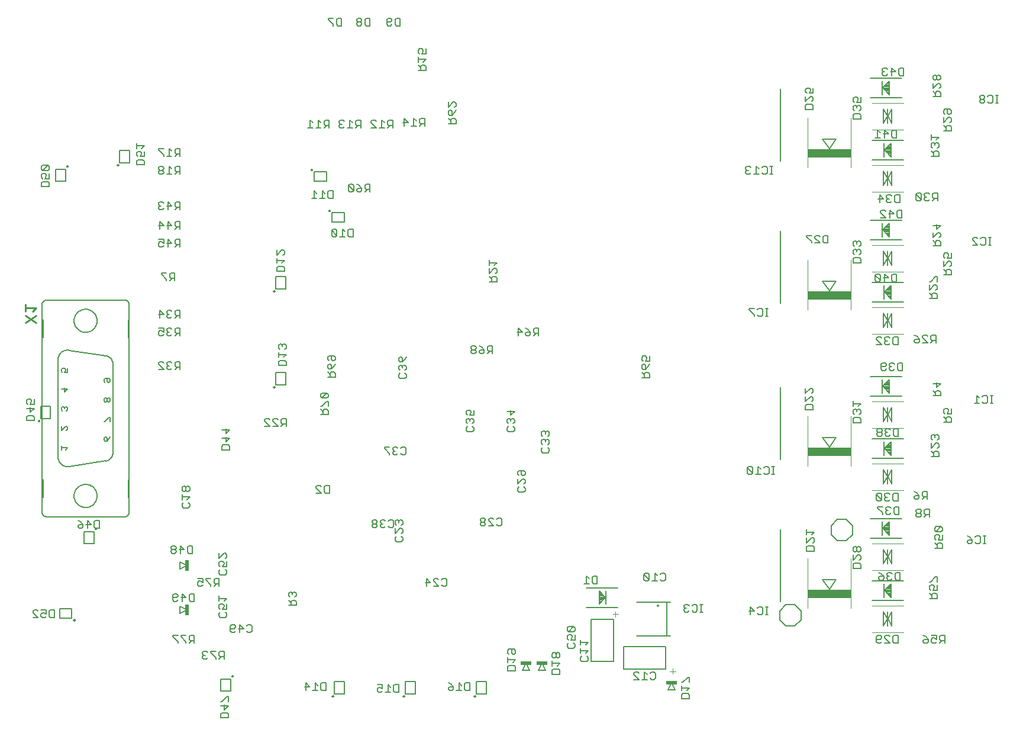
<source format=gbo>
G75*
G70*
%OFA0B0*%
%FSLAX24Y24*%
%IPPOS*%
%LPD*%
%AMOC8*
5,1,8,0,0,1.08239X$1,22.5*
%
%ADD10C,0.0070*%
%ADD11C,0.0060*%
%ADD12C,0.0080*%
%ADD13C,0.0141*%
%ADD14C,0.0040*%
%ADD15C,0.0050*%
%ADD16R,0.0620X0.0240*%
%ADD17R,0.2441X0.0492*%
%ADD18C,0.0090*%
%ADD19R,0.0240X0.0620*%
D10*
X010589Y007683D02*
X010876Y007396D01*
X010876Y007324D01*
X011049Y007683D02*
X011336Y007396D01*
X011336Y007324D01*
X011510Y007324D02*
X011653Y007468D01*
X011582Y007468D02*
X011797Y007468D01*
X011797Y007324D02*
X011797Y007755D01*
X011582Y007755D01*
X011510Y007683D01*
X011510Y007539D01*
X011582Y007468D01*
X011336Y007755D02*
X011049Y007755D01*
X011049Y007683D01*
X010876Y007755D02*
X010589Y007755D01*
X010589Y007683D01*
X012270Y006783D02*
X012270Y006711D01*
X012342Y006639D01*
X012270Y006568D01*
X012270Y006496D01*
X012342Y006424D01*
X012485Y006424D01*
X012557Y006496D01*
X012414Y006639D02*
X012342Y006639D01*
X012270Y006783D02*
X012342Y006855D01*
X012485Y006855D01*
X012557Y006783D01*
X012731Y006783D02*
X013018Y006496D01*
X013018Y006424D01*
X013191Y006424D02*
X013334Y006568D01*
X013263Y006568D02*
X013478Y006568D01*
X013478Y006424D02*
X013478Y006855D01*
X013263Y006855D01*
X013191Y006783D01*
X013191Y006639D01*
X013263Y006568D01*
X013018Y006855D02*
X012731Y006855D01*
X012731Y006783D01*
X013911Y007924D02*
X013839Y007996D01*
X013839Y008283D01*
X013911Y008355D01*
X014054Y008355D01*
X014126Y008283D01*
X014126Y008211D01*
X014054Y008139D01*
X013839Y008139D01*
X013911Y007924D02*
X014054Y007924D01*
X014126Y007996D01*
X014299Y008139D02*
X014586Y008139D01*
X014371Y008355D01*
X014371Y007924D01*
X014760Y007996D02*
X014832Y007924D01*
X014975Y007924D01*
X015047Y007996D01*
X015047Y008283D01*
X014975Y008355D01*
X014832Y008355D01*
X014760Y008283D01*
X013622Y008846D02*
X013622Y008989D01*
X013550Y009061D01*
X013622Y009235D02*
X013407Y009235D01*
X013479Y009378D01*
X013479Y009450D01*
X013407Y009522D01*
X013263Y009522D01*
X013192Y009450D01*
X013192Y009306D01*
X013263Y009235D01*
X013263Y009061D02*
X013192Y008989D01*
X013192Y008846D01*
X013263Y008774D01*
X013550Y008774D01*
X013622Y008846D01*
X013622Y009235D02*
X013622Y009522D01*
X013479Y009695D02*
X013622Y009838D01*
X013192Y009838D01*
X013192Y009695D02*
X013192Y009982D01*
X013197Y010524D02*
X013197Y010955D01*
X012982Y010955D01*
X012910Y010883D01*
X012910Y010739D01*
X012982Y010668D01*
X013197Y010668D01*
X013053Y010668D02*
X012910Y010524D01*
X012736Y010524D02*
X012736Y010596D01*
X012449Y010883D01*
X012449Y010955D01*
X012736Y010955D01*
X012276Y010955D02*
X012276Y010739D01*
X012133Y010811D01*
X012061Y010811D01*
X011989Y010739D01*
X011989Y010596D01*
X012061Y010524D01*
X012204Y010524D01*
X012276Y010596D01*
X012276Y010955D02*
X011989Y010955D01*
X011797Y010105D02*
X011582Y010105D01*
X011510Y010033D01*
X011510Y009746D01*
X011582Y009674D01*
X011797Y009674D01*
X011797Y010105D01*
X011336Y009889D02*
X011049Y009889D01*
X010876Y009961D02*
X010804Y009889D01*
X010589Y009889D01*
X010589Y009746D02*
X010589Y010033D01*
X010661Y010105D01*
X010804Y010105D01*
X010876Y010033D01*
X010876Y009961D01*
X010876Y009746D02*
X010804Y009674D01*
X010661Y009674D01*
X010589Y009746D01*
X011121Y009674D02*
X011121Y010105D01*
X011336Y009889D01*
X013192Y011246D02*
X013192Y011389D01*
X013263Y011461D01*
X013263Y011635D02*
X013192Y011706D01*
X013192Y011850D01*
X013263Y011922D01*
X013407Y011922D01*
X013479Y011850D01*
X013479Y011778D01*
X013407Y011635D01*
X013622Y011635D01*
X013622Y011922D01*
X013550Y012095D02*
X013622Y012167D01*
X013622Y012310D01*
X013550Y012382D01*
X013479Y012382D01*
X013192Y012095D01*
X013192Y012382D01*
X013550Y011461D02*
X013622Y011389D01*
X013622Y011246D01*
X013550Y011174D01*
X013263Y011174D01*
X013192Y011246D01*
X011697Y012374D02*
X011482Y012374D01*
X011410Y012446D01*
X011410Y012733D01*
X011482Y012805D01*
X011697Y012805D01*
X011697Y012374D01*
X011236Y012589D02*
X010949Y012589D01*
X010776Y012518D02*
X010704Y012589D01*
X010561Y012589D01*
X010489Y012518D01*
X010489Y012446D01*
X010561Y012374D01*
X010704Y012374D01*
X010776Y012446D01*
X010776Y012518D01*
X010704Y012589D02*
X010776Y012661D01*
X010776Y012733D01*
X010704Y012805D01*
X010561Y012805D01*
X010489Y012733D01*
X010489Y012661D01*
X010561Y012589D01*
X011021Y012374D02*
X011021Y012805D01*
X011236Y012589D01*
X011188Y014943D02*
X011117Y015015D01*
X011117Y015158D01*
X011188Y015230D01*
X011117Y015404D02*
X011117Y015690D01*
X011117Y015547D02*
X011547Y015547D01*
X011404Y015404D01*
X011475Y015230D02*
X011547Y015158D01*
X011547Y015015D01*
X011475Y014943D01*
X011188Y014943D01*
X011188Y015864D02*
X011260Y015864D01*
X011332Y015936D01*
X011332Y016079D01*
X011260Y016151D01*
X011188Y016151D01*
X011117Y016079D01*
X011117Y015936D01*
X011188Y015864D01*
X011332Y015936D02*
X011404Y015864D01*
X011475Y015864D01*
X011547Y015936D01*
X011547Y016079D01*
X011475Y016151D01*
X011404Y016151D01*
X011332Y016079D01*
X013367Y018193D02*
X013367Y018408D01*
X013438Y018480D01*
X013725Y018480D01*
X013797Y018408D01*
X013797Y018193D01*
X013367Y018193D01*
X013582Y018654D02*
X013582Y018940D01*
X013582Y019114D02*
X013582Y019401D01*
X013797Y019329D02*
X013582Y019114D01*
X013367Y019329D02*
X013797Y019329D01*
X013797Y018869D02*
X013582Y018654D01*
X013367Y018869D02*
X013797Y018869D01*
X015770Y019524D02*
X016057Y019524D01*
X015770Y019811D01*
X015770Y019883D01*
X015842Y019955D01*
X015985Y019955D01*
X016057Y019883D01*
X016231Y019883D02*
X016302Y019955D01*
X016446Y019955D01*
X016518Y019883D01*
X016691Y019883D02*
X016691Y019739D01*
X016763Y019668D01*
X016978Y019668D01*
X016834Y019668D02*
X016691Y019524D01*
X016518Y019524D02*
X016231Y019811D01*
X016231Y019883D01*
X016231Y019524D02*
X016518Y019524D01*
X016691Y019883D02*
X016763Y019955D01*
X016978Y019955D01*
X016978Y019524D01*
X018917Y020193D02*
X019347Y020193D01*
X019347Y020408D01*
X019275Y020480D01*
X019132Y020480D01*
X019060Y020408D01*
X019060Y020193D01*
X019060Y020337D02*
X018917Y020480D01*
X018917Y020654D02*
X018988Y020654D01*
X019275Y020940D01*
X019347Y020940D01*
X019347Y020654D01*
X019275Y021114D02*
X019347Y021186D01*
X019347Y021329D01*
X019275Y021401D01*
X018988Y021114D01*
X018917Y021186D01*
X018917Y021329D01*
X018988Y021401D01*
X019275Y021401D01*
X019275Y021114D02*
X018988Y021114D01*
X019317Y022293D02*
X019747Y022293D01*
X019747Y022508D01*
X019675Y022580D01*
X019532Y022580D01*
X019460Y022508D01*
X019460Y022293D01*
X019460Y022437D02*
X019317Y022580D01*
X019388Y022754D02*
X019317Y022825D01*
X019317Y022969D01*
X019388Y023040D01*
X019460Y023040D01*
X019532Y022969D01*
X019532Y022754D01*
X019388Y022754D01*
X019532Y022754D02*
X019675Y022897D01*
X019747Y023040D01*
X019675Y023214D02*
X019604Y023214D01*
X019532Y023286D01*
X019532Y023501D01*
X019675Y023501D02*
X019747Y023429D01*
X019747Y023286D01*
X019675Y023214D01*
X019388Y023214D02*
X019317Y023286D01*
X019317Y023429D01*
X019388Y023501D01*
X019675Y023501D01*
X016977Y023556D02*
X016547Y023556D01*
X016547Y023699D02*
X016547Y023412D01*
X016618Y023239D02*
X016905Y023239D01*
X016977Y023167D01*
X016977Y022952D01*
X016547Y022952D01*
X016547Y023167D01*
X016618Y023239D01*
X016834Y023412D02*
X016977Y023556D01*
X016905Y023873D02*
X016977Y023944D01*
X016977Y024088D01*
X016905Y024159D01*
X016834Y024159D01*
X016762Y024088D01*
X016690Y024159D01*
X016618Y024159D01*
X016547Y024088D01*
X016547Y023944D01*
X016618Y023873D01*
X016762Y024016D02*
X016762Y024088D01*
X016877Y028252D02*
X016877Y028467D01*
X016805Y028539D01*
X016518Y028539D01*
X016447Y028467D01*
X016447Y028252D01*
X016877Y028252D01*
X016734Y028712D02*
X016877Y028856D01*
X016447Y028856D01*
X016447Y028999D02*
X016447Y028712D01*
X016447Y029173D02*
X016734Y029459D01*
X016805Y029459D01*
X016877Y029388D01*
X016877Y029244D01*
X016805Y029173D01*
X016447Y029173D02*
X016447Y029459D01*
X019548Y030266D02*
X019620Y030194D01*
X019763Y030194D01*
X019835Y030266D01*
X019548Y030553D01*
X019548Y030266D01*
X019835Y030266D02*
X019835Y030553D01*
X019763Y030625D01*
X019620Y030625D01*
X019548Y030553D01*
X020008Y030194D02*
X020295Y030194D01*
X020152Y030194D02*
X020152Y030625D01*
X020295Y030481D01*
X020469Y030553D02*
X020540Y030625D01*
X020755Y030625D01*
X020755Y030194D01*
X020540Y030194D01*
X020469Y030266D01*
X020469Y030553D01*
X019619Y032354D02*
X019404Y032354D01*
X019332Y032426D01*
X019332Y032713D01*
X019404Y032785D01*
X019619Y032785D01*
X019619Y032354D01*
X019159Y032354D02*
X018872Y032354D01*
X019015Y032354D02*
X019015Y032785D01*
X019159Y032641D01*
X018698Y032641D02*
X018555Y032785D01*
X018555Y032354D01*
X018698Y032354D02*
X018412Y032354D01*
X020489Y032796D02*
X020561Y032724D01*
X020704Y032724D01*
X020776Y032796D01*
X020489Y033083D01*
X020489Y032796D01*
X020489Y033083D02*
X020561Y033155D01*
X020704Y033155D01*
X020776Y033083D01*
X020776Y032796D01*
X020949Y032796D02*
X020949Y032868D01*
X021021Y032939D01*
X021236Y032939D01*
X021236Y032796D01*
X021165Y032724D01*
X021021Y032724D01*
X020949Y032796D01*
X021236Y032939D02*
X021093Y033083D01*
X020949Y033155D01*
X021410Y033083D02*
X021410Y032939D01*
X021482Y032868D01*
X021697Y032868D01*
X021553Y032868D02*
X021410Y032724D01*
X021697Y032724D02*
X021697Y033155D01*
X021482Y033155D01*
X021410Y033083D01*
X021178Y036324D02*
X021178Y036755D01*
X020963Y036755D01*
X020891Y036683D01*
X020891Y036539D01*
X020963Y036468D01*
X021178Y036468D01*
X021034Y036468D02*
X020891Y036324D01*
X020718Y036324D02*
X020431Y036324D01*
X020574Y036324D02*
X020574Y036755D01*
X020718Y036611D01*
X020257Y036683D02*
X020185Y036755D01*
X020042Y036755D01*
X019970Y036683D01*
X019970Y036611D01*
X020042Y036539D01*
X019970Y036468D01*
X019970Y036396D01*
X020042Y036324D01*
X020185Y036324D01*
X020257Y036396D01*
X020114Y036539D02*
X020042Y036539D01*
X019397Y036468D02*
X019182Y036468D01*
X019110Y036539D01*
X019110Y036683D01*
X019182Y036755D01*
X019397Y036755D01*
X019397Y036324D01*
X019253Y036468D02*
X019110Y036324D01*
X018936Y036324D02*
X018649Y036324D01*
X018793Y036324D02*
X018793Y036755D01*
X018936Y036611D01*
X018476Y036611D02*
X018333Y036755D01*
X018333Y036324D01*
X018476Y036324D02*
X018189Y036324D01*
X021770Y036324D02*
X022057Y036324D01*
X021770Y036611D01*
X021770Y036683D01*
X021842Y036755D01*
X021985Y036755D01*
X022057Y036683D01*
X022374Y036755D02*
X022374Y036324D01*
X022231Y036324D02*
X022518Y036324D01*
X022691Y036324D02*
X022834Y036468D01*
X022763Y036468D02*
X022978Y036468D01*
X022978Y036324D02*
X022978Y036755D01*
X022763Y036755D01*
X022691Y036683D01*
X022691Y036539D01*
X022763Y036468D01*
X022518Y036611D02*
X022374Y036755D01*
X023570Y036639D02*
X023857Y036639D01*
X023642Y036855D01*
X023642Y036424D01*
X024031Y036424D02*
X024318Y036424D01*
X024174Y036424D02*
X024174Y036855D01*
X024318Y036711D01*
X024491Y036639D02*
X024563Y036568D01*
X024778Y036568D01*
X024634Y036568D02*
X024491Y036424D01*
X024491Y036639D02*
X024491Y036783D01*
X024563Y036855D01*
X024778Y036855D01*
X024778Y036424D01*
X026117Y036574D02*
X026547Y036574D01*
X026547Y036789D01*
X026475Y036861D01*
X026332Y036861D01*
X026260Y036789D01*
X026260Y036574D01*
X026260Y036718D02*
X026117Y036861D01*
X026188Y037035D02*
X026117Y037106D01*
X026117Y037250D01*
X026188Y037322D01*
X026260Y037322D01*
X026332Y037250D01*
X026332Y037035D01*
X026188Y037035D01*
X026332Y037035D02*
X026475Y037178D01*
X026547Y037322D01*
X026475Y037495D02*
X026547Y037567D01*
X026547Y037710D01*
X026475Y037782D01*
X026404Y037782D01*
X026117Y037495D01*
X026117Y037782D01*
X024847Y039574D02*
X024417Y039574D01*
X024560Y039574D02*
X024560Y039789D01*
X024632Y039861D01*
X024775Y039861D01*
X024847Y039789D01*
X024847Y039574D01*
X024560Y039718D02*
X024417Y039861D01*
X024417Y040035D02*
X024417Y040322D01*
X024417Y040178D02*
X024847Y040178D01*
X024704Y040035D01*
X024632Y040495D02*
X024704Y040638D01*
X024704Y040710D01*
X024632Y040782D01*
X024488Y040782D01*
X024417Y040710D01*
X024417Y040567D01*
X024488Y040495D01*
X024632Y040495D02*
X024847Y040495D01*
X024847Y040782D01*
X023397Y042074D02*
X023182Y042074D01*
X023110Y042146D01*
X023110Y042433D01*
X023182Y042505D01*
X023397Y042505D01*
X023397Y042074D01*
X022936Y042146D02*
X022865Y042074D01*
X022721Y042074D01*
X022649Y042146D01*
X022649Y042433D01*
X022721Y042505D01*
X022865Y042505D01*
X022936Y042433D01*
X022936Y042361D01*
X022865Y042289D01*
X022649Y042289D01*
X021697Y042074D02*
X021482Y042074D01*
X021410Y042146D01*
X021410Y042433D01*
X021482Y042505D01*
X021697Y042505D01*
X021697Y042074D01*
X021236Y042146D02*
X021236Y042218D01*
X021165Y042289D01*
X021021Y042289D01*
X020949Y042218D01*
X020949Y042146D01*
X021021Y042074D01*
X021165Y042074D01*
X021236Y042146D01*
X021165Y042289D02*
X021236Y042361D01*
X021236Y042433D01*
X021165Y042505D01*
X021021Y042505D01*
X020949Y042433D01*
X020949Y042361D01*
X021021Y042289D01*
X020097Y042074D02*
X019882Y042074D01*
X019810Y042146D01*
X019810Y042433D01*
X019882Y042505D01*
X020097Y042505D01*
X020097Y042074D01*
X019636Y042074D02*
X019636Y042146D01*
X019349Y042433D01*
X019349Y042505D01*
X019636Y042505D01*
X010997Y035155D02*
X010782Y035155D01*
X010710Y035083D01*
X010710Y034939D01*
X010782Y034868D01*
X010997Y034868D01*
X010997Y034724D02*
X010997Y035155D01*
X010853Y034868D02*
X010710Y034724D01*
X010536Y034724D02*
X010249Y034724D01*
X010393Y034724D02*
X010393Y035155D01*
X010536Y035011D01*
X010076Y035155D02*
X009789Y035155D01*
X009789Y035083D01*
X010076Y034796D01*
X010076Y034724D01*
X010004Y034155D02*
X009861Y034155D01*
X009789Y034083D01*
X009789Y034011D01*
X009861Y033939D01*
X010004Y033939D01*
X010076Y034011D01*
X010076Y034083D01*
X010004Y034155D01*
X010004Y033939D02*
X010076Y033868D01*
X010076Y033796D01*
X010004Y033724D01*
X009861Y033724D01*
X009789Y033796D01*
X009789Y033868D01*
X009861Y033939D01*
X010249Y033724D02*
X010536Y033724D01*
X010393Y033724D02*
X010393Y034155D01*
X010536Y034011D01*
X010710Y033939D02*
X010782Y033868D01*
X010997Y033868D01*
X010997Y033724D02*
X010997Y034155D01*
X010782Y034155D01*
X010710Y034083D01*
X010710Y033939D01*
X010853Y033868D02*
X010710Y033724D01*
X010782Y032155D02*
X010710Y032083D01*
X010710Y031939D01*
X010782Y031868D01*
X010997Y031868D01*
X010997Y031724D02*
X010997Y032155D01*
X010782Y032155D01*
X010853Y031868D02*
X010710Y031724D01*
X010536Y031939D02*
X010249Y031939D01*
X010076Y031796D02*
X010004Y031724D01*
X009861Y031724D01*
X009789Y031796D01*
X009789Y031868D01*
X009861Y031939D01*
X009933Y031939D01*
X009861Y031939D02*
X009789Y032011D01*
X009789Y032083D01*
X009861Y032155D01*
X010004Y032155D01*
X010076Y032083D01*
X010321Y032155D02*
X010536Y031939D01*
X010321Y031724D02*
X010321Y032155D01*
X010321Y031055D02*
X010536Y030839D01*
X010249Y030839D01*
X010076Y030839D02*
X009789Y030839D01*
X009861Y030624D02*
X009861Y031055D01*
X010076Y030839D01*
X010321Y030624D02*
X010321Y031055D01*
X010710Y030983D02*
X010710Y030839D01*
X010782Y030768D01*
X010997Y030768D01*
X010997Y030624D02*
X010997Y031055D01*
X010782Y031055D01*
X010710Y030983D01*
X010853Y030768D02*
X010710Y030624D01*
X010782Y030055D02*
X010710Y029983D01*
X010710Y029839D01*
X010782Y029768D01*
X010997Y029768D01*
X010997Y029624D02*
X010997Y030055D01*
X010782Y030055D01*
X010853Y029768D02*
X010710Y029624D01*
X010536Y029839D02*
X010249Y029839D01*
X010076Y029839D02*
X009933Y029911D01*
X009861Y029911D01*
X009789Y029839D01*
X009789Y029696D01*
X009861Y029624D01*
X010004Y029624D01*
X010076Y029696D01*
X010076Y029839D02*
X010076Y030055D01*
X009789Y030055D01*
X010321Y030055D02*
X010321Y029624D01*
X010536Y029839D02*
X010321Y030055D01*
X010236Y028155D02*
X009949Y028155D01*
X009949Y028083D01*
X010236Y027796D01*
X010236Y027724D01*
X010410Y027724D02*
X010553Y027868D01*
X010482Y027868D02*
X010697Y027868D01*
X010697Y027724D02*
X010697Y028155D01*
X010482Y028155D01*
X010410Y028083D01*
X010410Y027939D01*
X010482Y027868D01*
X010465Y026055D02*
X010321Y026055D01*
X010249Y025983D01*
X010249Y025911D01*
X010321Y025839D01*
X010249Y025768D01*
X010249Y025696D01*
X010321Y025624D01*
X010465Y025624D01*
X010536Y025696D01*
X010710Y025624D02*
X010853Y025768D01*
X010782Y025768D02*
X010997Y025768D01*
X010997Y025624D02*
X010997Y026055D01*
X010782Y026055D01*
X010710Y025983D01*
X010710Y025839D01*
X010782Y025768D01*
X010536Y025983D02*
X010465Y026055D01*
X010393Y025839D02*
X010321Y025839D01*
X010076Y025839D02*
X009789Y025839D01*
X009861Y025624D02*
X009861Y026055D01*
X010076Y025839D01*
X010076Y025055D02*
X010076Y024839D01*
X009933Y024911D01*
X009861Y024911D01*
X009789Y024839D01*
X009789Y024696D01*
X009861Y024624D01*
X010004Y024624D01*
X010076Y024696D01*
X010249Y024696D02*
X010321Y024624D01*
X010465Y024624D01*
X010536Y024696D01*
X010710Y024624D02*
X010853Y024768D01*
X010782Y024768D02*
X010997Y024768D01*
X010997Y024624D02*
X010997Y025055D01*
X010782Y025055D01*
X010710Y024983D01*
X010710Y024839D01*
X010782Y024768D01*
X010536Y024983D02*
X010465Y025055D01*
X010321Y025055D01*
X010249Y024983D01*
X010249Y024911D01*
X010321Y024839D01*
X010249Y024768D01*
X010249Y024696D01*
X010321Y024839D02*
X010393Y024839D01*
X010076Y025055D02*
X009789Y025055D01*
X009861Y023155D02*
X010004Y023155D01*
X010076Y023083D01*
X010249Y023083D02*
X010249Y023011D01*
X010321Y022939D01*
X010249Y022868D01*
X010249Y022796D01*
X010321Y022724D01*
X010465Y022724D01*
X010536Y022796D01*
X010710Y022724D02*
X010853Y022868D01*
X010782Y022868D02*
X010997Y022868D01*
X010997Y022724D02*
X010997Y023155D01*
X010782Y023155D01*
X010710Y023083D01*
X010710Y022939D01*
X010782Y022868D01*
X010536Y023083D02*
X010465Y023155D01*
X010321Y023155D01*
X010249Y023083D01*
X010321Y022939D02*
X010393Y022939D01*
X010076Y022724D02*
X009789Y023011D01*
X009789Y023083D01*
X009861Y023155D01*
X009789Y022724D02*
X010076Y022724D01*
X002777Y021059D02*
X002777Y020773D01*
X002562Y020773D01*
X002634Y020916D01*
X002634Y020988D01*
X002562Y021059D01*
X002418Y021059D01*
X002347Y020988D01*
X002347Y020844D01*
X002418Y020773D01*
X002562Y020599D02*
X002562Y020312D01*
X002777Y020527D01*
X002347Y020527D01*
X002418Y020139D02*
X002347Y020067D01*
X002347Y019852D01*
X002777Y019852D01*
X002777Y020067D01*
X002705Y020139D01*
X002418Y020139D01*
X005248Y014225D02*
X005391Y014153D01*
X005535Y014010D01*
X005320Y014010D01*
X005248Y013938D01*
X005248Y013866D01*
X005320Y013794D01*
X005463Y013794D01*
X005535Y013866D01*
X005535Y014010D01*
X005708Y014010D02*
X005995Y014010D01*
X005780Y014225D01*
X005780Y013794D01*
X006169Y013866D02*
X006169Y014153D01*
X006240Y014225D01*
X006455Y014225D01*
X006455Y013794D01*
X006240Y013794D01*
X006169Y013866D01*
X003919Y009185D02*
X003704Y009185D01*
X003632Y009113D01*
X003632Y008826D01*
X003704Y008754D01*
X003919Y008754D01*
X003919Y009185D01*
X003459Y009185D02*
X003459Y008969D01*
X003315Y009041D01*
X003244Y009041D01*
X003172Y008969D01*
X003172Y008826D01*
X003244Y008754D01*
X003387Y008754D01*
X003459Y008826D01*
X003459Y009185D02*
X003172Y009185D01*
X002998Y009113D02*
X002927Y009185D01*
X002783Y009185D01*
X002712Y009113D01*
X002712Y009041D01*
X002998Y008754D01*
X002712Y008754D01*
X013287Y004036D02*
X013359Y004036D01*
X013645Y004323D01*
X013717Y004323D01*
X013717Y004036D01*
X013717Y003791D02*
X013502Y003576D01*
X013502Y003863D01*
X013287Y003791D02*
X013717Y003791D01*
X013645Y003402D02*
X013717Y003331D01*
X013717Y003116D01*
X013287Y003116D01*
X013287Y003331D01*
X013359Y003402D01*
X013645Y003402D01*
X018012Y004869D02*
X018298Y004869D01*
X018083Y005085D01*
X018083Y004654D01*
X018472Y004654D02*
X018759Y004654D01*
X018615Y004654D02*
X018615Y005085D01*
X018759Y004941D01*
X018932Y005013D02*
X019004Y005085D01*
X019219Y005085D01*
X019219Y004654D01*
X019004Y004654D01*
X018932Y004726D01*
X018932Y005013D01*
X022112Y004985D02*
X022398Y004985D01*
X022398Y004769D01*
X022255Y004841D01*
X022183Y004841D01*
X022112Y004769D01*
X022112Y004626D01*
X022183Y004554D01*
X022327Y004554D01*
X022398Y004626D01*
X022572Y004554D02*
X022859Y004554D01*
X022715Y004554D02*
X022715Y004985D01*
X022859Y004841D01*
X023032Y004913D02*
X023104Y004985D01*
X023319Y004985D01*
X023319Y004554D01*
X023104Y004554D01*
X023032Y004626D01*
X023032Y004913D01*
X026112Y004798D02*
X026183Y004869D01*
X026398Y004869D01*
X026398Y004726D01*
X026327Y004654D01*
X026183Y004654D01*
X026112Y004726D01*
X026112Y004798D01*
X026255Y005013D02*
X026398Y004869D01*
X026255Y005013D02*
X026112Y005085D01*
X026715Y005085D02*
X026715Y004654D01*
X026572Y004654D02*
X026859Y004654D01*
X027032Y004726D02*
X027032Y005013D01*
X027104Y005085D01*
X027319Y005085D01*
X027319Y004654D01*
X027104Y004654D01*
X027032Y004726D01*
X026859Y004941D02*
X026715Y005085D01*
X029467Y005774D02*
X029467Y005989D01*
X029538Y006061D01*
X029825Y006061D01*
X029897Y005989D01*
X029897Y005774D01*
X029467Y005774D01*
X029467Y006235D02*
X029467Y006522D01*
X029467Y006378D02*
X029897Y006378D01*
X029754Y006235D01*
X029754Y006695D02*
X029682Y006767D01*
X029682Y006982D01*
X029825Y006982D02*
X029897Y006910D01*
X029897Y006767D01*
X029825Y006695D01*
X029754Y006695D01*
X029538Y006695D02*
X029467Y006767D01*
X029467Y006910D01*
X029538Y006982D01*
X029825Y006982D01*
X031967Y006710D02*
X031967Y006567D01*
X032038Y006495D01*
X032110Y006495D01*
X032182Y006567D01*
X032182Y006710D01*
X032110Y006782D01*
X032038Y006782D01*
X031967Y006710D01*
X032182Y006710D02*
X032254Y006782D01*
X032325Y006782D01*
X032397Y006710D01*
X032397Y006567D01*
X032325Y006495D01*
X032254Y006495D01*
X032182Y006567D01*
X031967Y006322D02*
X031967Y006035D01*
X031967Y006178D02*
X032397Y006178D01*
X032254Y006035D01*
X032325Y005861D02*
X032397Y005789D01*
X032397Y005574D01*
X031967Y005574D01*
X031967Y005789D01*
X032038Y005861D01*
X032325Y005861D01*
X032888Y007043D02*
X032817Y007115D01*
X032817Y007258D01*
X032888Y007330D01*
X032888Y007504D02*
X032817Y007575D01*
X032817Y007719D01*
X032888Y007790D01*
X033032Y007790D01*
X033104Y007719D01*
X033104Y007647D01*
X033032Y007504D01*
X033247Y007504D01*
X033247Y007790D01*
X033175Y007964D02*
X033247Y008036D01*
X033247Y008179D01*
X033175Y008251D01*
X032888Y007964D01*
X032817Y008036D01*
X032817Y008179D01*
X032888Y008251D01*
X033175Y008251D01*
X033175Y007964D02*
X032888Y007964D01*
X033175Y007330D02*
X033247Y007258D01*
X033247Y007115D01*
X033175Y007043D01*
X032888Y007043D01*
X033567Y007040D02*
X033567Y006754D01*
X033567Y006897D02*
X033997Y006897D01*
X033854Y006754D01*
X033925Y006580D02*
X033997Y006508D01*
X033997Y006365D01*
X033925Y006293D01*
X033638Y006293D01*
X033567Y006365D01*
X033567Y006508D01*
X033638Y006580D01*
X033567Y007214D02*
X033567Y007501D01*
X033567Y007357D02*
X033997Y007357D01*
X033854Y007214D01*
X036570Y005633D02*
X036642Y005705D01*
X036785Y005705D01*
X036857Y005633D01*
X036570Y005633D02*
X036570Y005561D01*
X036857Y005274D01*
X036570Y005274D01*
X037031Y005274D02*
X037318Y005274D01*
X037174Y005274D02*
X037174Y005705D01*
X037318Y005561D01*
X037491Y005633D02*
X037563Y005705D01*
X037706Y005705D01*
X037778Y005633D01*
X037778Y005346D01*
X037706Y005274D01*
X037563Y005274D01*
X037491Y005346D01*
X039267Y005114D02*
X039338Y005114D01*
X039625Y005401D01*
X039697Y005401D01*
X039697Y005114D01*
X039697Y004797D02*
X039267Y004797D01*
X039267Y004654D02*
X039267Y004940D01*
X039554Y004654D02*
X039697Y004797D01*
X039625Y004480D02*
X039697Y004408D01*
X039697Y004193D01*
X039267Y004193D01*
X039267Y004408D01*
X039338Y004480D01*
X039625Y004480D01*
X039608Y009074D02*
X039679Y009146D01*
X039608Y009074D02*
X039464Y009074D01*
X039393Y009146D01*
X039393Y009218D01*
X039464Y009289D01*
X039536Y009289D01*
X039464Y009289D02*
X039393Y009361D01*
X039393Y009433D01*
X039464Y009505D01*
X039608Y009505D01*
X039679Y009433D01*
X039853Y009433D02*
X039925Y009505D01*
X040068Y009505D01*
X040140Y009433D01*
X040140Y009146D01*
X040068Y009074D01*
X039925Y009074D01*
X039853Y009146D01*
X040303Y009074D02*
X040447Y009074D01*
X040375Y009074D02*
X040375Y009505D01*
X040447Y009505D02*
X040303Y009505D01*
X038347Y010896D02*
X038275Y010824D01*
X038132Y010824D01*
X038060Y010896D01*
X037886Y010824D02*
X037599Y010824D01*
X037743Y010824D02*
X037743Y011255D01*
X037886Y011111D01*
X038060Y011183D02*
X038132Y011255D01*
X038275Y011255D01*
X038347Y011183D01*
X038347Y010896D01*
X037426Y010896D02*
X037139Y011183D01*
X037139Y010896D01*
X037211Y010824D01*
X037354Y010824D01*
X037426Y010896D01*
X037426Y011183D01*
X037354Y011255D01*
X037211Y011255D01*
X037139Y011183D01*
X034503Y011105D02*
X034503Y010674D01*
X034288Y010674D01*
X034216Y010746D01*
X034216Y011033D01*
X034288Y011105D01*
X034503Y011105D01*
X034043Y010961D02*
X033899Y011105D01*
X033899Y010674D01*
X033756Y010674D02*
X034043Y010674D01*
X029128Y013996D02*
X029128Y014283D01*
X029056Y014355D01*
X028913Y014355D01*
X028841Y014283D01*
X028668Y014283D02*
X028596Y014355D01*
X028452Y014355D01*
X028381Y014283D01*
X028381Y014211D01*
X028668Y013924D01*
X028381Y013924D01*
X028207Y013996D02*
X028207Y014068D01*
X028135Y014139D01*
X027992Y014139D01*
X027920Y014068D01*
X027920Y013996D01*
X027992Y013924D01*
X028135Y013924D01*
X028207Y013996D01*
X028135Y014139D02*
X028207Y014211D01*
X028207Y014283D01*
X028135Y014355D01*
X027992Y014355D01*
X027920Y014283D01*
X027920Y014211D01*
X027992Y014139D01*
X028841Y013996D02*
X028913Y013924D01*
X029056Y013924D01*
X029128Y013996D01*
X030088Y015824D02*
X030017Y015896D01*
X030017Y016039D01*
X030088Y016111D01*
X030017Y016285D02*
X030304Y016572D01*
X030375Y016572D01*
X030447Y016500D01*
X030447Y016356D01*
X030375Y016285D01*
X030375Y016111D02*
X030447Y016039D01*
X030447Y015896D01*
X030375Y015824D01*
X030088Y015824D01*
X030017Y016285D02*
X030017Y016572D01*
X030088Y016745D02*
X030017Y016817D01*
X030017Y016960D01*
X030088Y017032D01*
X030375Y017032D01*
X030447Y016960D01*
X030447Y016817D01*
X030375Y016745D01*
X030304Y016745D01*
X030232Y016817D01*
X030232Y017032D01*
X031367Y018115D02*
X031367Y018258D01*
X031438Y018330D01*
X031438Y018504D02*
X031367Y018575D01*
X031367Y018719D01*
X031438Y018790D01*
X031510Y018790D01*
X031582Y018719D01*
X031582Y018647D01*
X031582Y018719D02*
X031654Y018790D01*
X031725Y018790D01*
X031797Y018719D01*
X031797Y018575D01*
X031725Y018504D01*
X031725Y018330D02*
X031797Y018258D01*
X031797Y018115D01*
X031725Y018043D01*
X031438Y018043D01*
X031367Y018115D01*
X031438Y018964D02*
X031367Y019036D01*
X031367Y019179D01*
X031438Y019251D01*
X031510Y019251D01*
X031582Y019179D01*
X031582Y019107D01*
X031582Y019179D02*
X031654Y019251D01*
X031725Y019251D01*
X031797Y019179D01*
X031797Y019036D01*
X031725Y018964D01*
X029847Y019296D02*
X029775Y019224D01*
X029488Y019224D01*
X029417Y019296D01*
X029417Y019439D01*
X029488Y019511D01*
X029488Y019685D02*
X029417Y019756D01*
X029417Y019900D01*
X029488Y019972D01*
X029560Y019972D01*
X029632Y019900D01*
X029632Y019828D01*
X029632Y019900D02*
X029704Y019972D01*
X029775Y019972D01*
X029847Y019900D01*
X029847Y019756D01*
X029775Y019685D01*
X029775Y019511D02*
X029847Y019439D01*
X029847Y019296D01*
X029632Y020145D02*
X029632Y020432D01*
X029417Y020360D02*
X029847Y020360D01*
X029632Y020145D01*
X027547Y020145D02*
X027332Y020145D01*
X027404Y020288D01*
X027404Y020360D01*
X027332Y020432D01*
X027188Y020432D01*
X027117Y020360D01*
X027117Y020217D01*
X027188Y020145D01*
X027188Y019972D02*
X027117Y019900D01*
X027117Y019756D01*
X027188Y019685D01*
X027188Y019511D02*
X027117Y019439D01*
X027117Y019296D01*
X027188Y019224D01*
X027475Y019224D01*
X027547Y019296D01*
X027547Y019439D01*
X027475Y019511D01*
X027475Y019685D02*
X027547Y019756D01*
X027547Y019900D01*
X027475Y019972D01*
X027404Y019972D01*
X027332Y019900D01*
X027260Y019972D01*
X027188Y019972D01*
X027332Y019900D02*
X027332Y019828D01*
X027547Y020145D02*
X027547Y020432D01*
X023747Y022296D02*
X023675Y022224D01*
X023388Y022224D01*
X023317Y022296D01*
X023317Y022439D01*
X023388Y022511D01*
X023388Y022685D02*
X023317Y022756D01*
X023317Y022900D01*
X023388Y022972D01*
X023460Y022972D01*
X023532Y022900D01*
X023532Y022828D01*
X023532Y022900D02*
X023604Y022972D01*
X023675Y022972D01*
X023747Y022900D01*
X023747Y022756D01*
X023675Y022685D01*
X023675Y022511D02*
X023747Y022439D01*
X023747Y022296D01*
X023532Y023145D02*
X023532Y023360D01*
X023460Y023432D01*
X023388Y023432D01*
X023317Y023360D01*
X023317Y023217D01*
X023388Y023145D01*
X023532Y023145D01*
X023675Y023288D01*
X023747Y023432D01*
X027389Y023696D02*
X027461Y023624D01*
X027604Y023624D01*
X027676Y023696D01*
X027676Y023768D01*
X027604Y023839D01*
X027461Y023839D01*
X027389Y023768D01*
X027389Y023696D01*
X027461Y023839D02*
X027389Y023911D01*
X027389Y023983D01*
X027461Y024055D01*
X027604Y024055D01*
X027676Y023983D01*
X027676Y023911D01*
X027604Y023839D01*
X027849Y023768D02*
X027921Y023839D01*
X028136Y023839D01*
X028136Y023696D01*
X028065Y023624D01*
X027921Y023624D01*
X027849Y023696D01*
X027849Y023768D01*
X027993Y023983D02*
X028136Y023839D01*
X028310Y023839D02*
X028382Y023768D01*
X028597Y023768D01*
X028453Y023768D02*
X028310Y023624D01*
X028310Y023839D02*
X028310Y023983D01*
X028382Y024055D01*
X028597Y024055D01*
X028597Y023624D01*
X027993Y023983D02*
X027849Y024055D01*
X029989Y024839D02*
X030276Y024839D01*
X030061Y025055D01*
X030061Y024624D01*
X030449Y024696D02*
X030449Y024768D01*
X030521Y024839D01*
X030736Y024839D01*
X030736Y024696D01*
X030665Y024624D01*
X030521Y024624D01*
X030449Y024696D01*
X030736Y024839D02*
X030593Y024983D01*
X030449Y025055D01*
X030910Y024983D02*
X030910Y024839D01*
X030982Y024768D01*
X031197Y024768D01*
X031053Y024768D02*
X030910Y024624D01*
X031197Y024624D02*
X031197Y025055D01*
X030982Y025055D01*
X030910Y024983D01*
X028847Y027674D02*
X028847Y027889D01*
X028775Y027961D01*
X028632Y027961D01*
X028560Y027889D01*
X028560Y027674D01*
X028417Y027674D02*
X028847Y027674D01*
X028560Y027818D02*
X028417Y027961D01*
X028417Y028135D02*
X028704Y028422D01*
X028775Y028422D01*
X028847Y028350D01*
X028847Y028206D01*
X028775Y028135D01*
X028417Y028135D02*
X028417Y028422D01*
X028417Y028595D02*
X028417Y028882D01*
X028417Y028738D02*
X028847Y028738D01*
X028704Y028595D01*
X037017Y023410D02*
X037017Y023267D01*
X037088Y023195D01*
X037232Y023195D02*
X037304Y023338D01*
X037304Y023410D01*
X037232Y023482D01*
X037088Y023482D01*
X037017Y023410D01*
X037232Y023195D02*
X037447Y023195D01*
X037447Y023482D01*
X037447Y023022D02*
X037375Y022878D01*
X037232Y022735D01*
X037232Y022950D01*
X037160Y023022D01*
X037088Y023022D01*
X037017Y022950D01*
X037017Y022806D01*
X037088Y022735D01*
X037232Y022735D01*
X037232Y022561D02*
X037160Y022489D01*
X037160Y022274D01*
X037017Y022274D02*
X037447Y022274D01*
X037447Y022489D01*
X037375Y022561D01*
X037232Y022561D01*
X037160Y022418D02*
X037017Y022561D01*
X043070Y026083D02*
X043357Y025796D01*
X043357Y025724D01*
X043531Y025796D02*
X043602Y025724D01*
X043746Y025724D01*
X043818Y025796D01*
X043818Y026083D01*
X043746Y026155D01*
X043602Y026155D01*
X043531Y026083D01*
X043357Y026155D02*
X043070Y026155D01*
X043070Y026083D01*
X043981Y026155D02*
X044124Y026155D01*
X044053Y026155D02*
X044053Y025724D01*
X044124Y025724D02*
X043981Y025724D01*
X046239Y021670D02*
X046239Y021383D01*
X046526Y021670D01*
X046598Y021670D01*
X046670Y021598D01*
X046670Y021455D01*
X046598Y021383D01*
X046598Y021210D02*
X046670Y021138D01*
X046670Y020995D01*
X046598Y020923D01*
X046598Y020749D02*
X046311Y020749D01*
X046239Y020678D01*
X046239Y020462D01*
X046670Y020462D01*
X046670Y020678D01*
X046598Y020749D01*
X046239Y020923D02*
X046526Y021210D01*
X046598Y021210D01*
X046239Y021210D02*
X046239Y020923D01*
X048917Y020951D02*
X048917Y020664D01*
X048917Y020807D02*
X049347Y020807D01*
X049204Y020664D01*
X049204Y020490D02*
X049132Y020419D01*
X049060Y020490D01*
X048988Y020490D01*
X048917Y020419D01*
X048917Y020275D01*
X048988Y020204D01*
X048988Y020030D02*
X049275Y020030D01*
X049347Y019958D01*
X049347Y019743D01*
X048917Y019743D01*
X048917Y019958D01*
X048988Y020030D01*
X049275Y020204D02*
X049347Y020275D01*
X049347Y020419D01*
X049275Y020490D01*
X049204Y020490D01*
X049132Y020419D02*
X049132Y020347D01*
X050264Y019333D02*
X050264Y019261D01*
X050336Y019189D01*
X050479Y019189D01*
X050551Y019261D01*
X050551Y019333D01*
X050479Y019405D01*
X050336Y019405D01*
X050264Y019333D01*
X050336Y019189D02*
X050264Y019118D01*
X050264Y019046D01*
X050336Y018974D01*
X050479Y018974D01*
X050551Y019046D01*
X050551Y019118D01*
X050479Y019189D01*
X050724Y019118D02*
X050724Y019046D01*
X050796Y018974D01*
X050940Y018974D01*
X051011Y019046D01*
X051185Y019046D02*
X051185Y019333D01*
X051256Y019405D01*
X051472Y019405D01*
X051472Y018974D01*
X051256Y018974D01*
X051185Y019046D01*
X051011Y019333D02*
X050940Y019405D01*
X050796Y019405D01*
X050724Y019333D01*
X050724Y019261D01*
X050796Y019189D01*
X050724Y019118D01*
X050796Y019189D02*
X050868Y019189D01*
X053317Y018979D02*
X053317Y018836D01*
X053388Y018764D01*
X053317Y018590D02*
X053317Y018304D01*
X053604Y018590D01*
X053675Y018590D01*
X053747Y018519D01*
X053747Y018375D01*
X053675Y018304D01*
X053675Y018130D02*
X053532Y018130D01*
X053460Y018058D01*
X053460Y017843D01*
X053317Y017843D02*
X053747Y017843D01*
X053747Y018058D01*
X053675Y018130D01*
X053460Y017987D02*
X053317Y018130D01*
X053675Y018764D02*
X053747Y018836D01*
X053747Y018979D01*
X053675Y019051D01*
X053604Y019051D01*
X053532Y018979D01*
X053460Y019051D01*
X053388Y019051D01*
X053317Y018979D01*
X053532Y018979D02*
X053532Y018907D01*
X054017Y019774D02*
X054447Y019774D01*
X054447Y019989D01*
X054375Y020061D01*
X054232Y020061D01*
X054160Y019989D01*
X054160Y019774D01*
X054160Y019918D02*
X054017Y020061D01*
X054088Y020235D02*
X054017Y020306D01*
X054017Y020450D01*
X054088Y020522D01*
X054232Y020522D01*
X054304Y020450D01*
X054304Y020378D01*
X054232Y020235D01*
X054447Y020235D01*
X054447Y020522D01*
X053847Y021254D02*
X053847Y021469D01*
X053775Y021540D01*
X053632Y021540D01*
X053560Y021469D01*
X053560Y021254D01*
X053560Y021397D02*
X053417Y021540D01*
X053632Y021714D02*
X053632Y022001D01*
X053417Y021929D02*
X053847Y021929D01*
X053632Y021714D01*
X053417Y021254D02*
X053847Y021254D01*
X055743Y020824D02*
X056029Y020824D01*
X055886Y020824D02*
X055886Y021255D01*
X056029Y021111D01*
X056203Y021183D02*
X056275Y021255D01*
X056418Y021255D01*
X056490Y021183D01*
X056490Y020896D01*
X056418Y020824D01*
X056275Y020824D01*
X056203Y020896D01*
X056653Y020824D02*
X056797Y020824D01*
X056725Y020824D02*
X056725Y021255D01*
X056797Y021255D02*
X056653Y021255D01*
X053578Y024224D02*
X053578Y024655D01*
X053363Y024655D01*
X053291Y024583D01*
X053291Y024439D01*
X053363Y024368D01*
X053578Y024368D01*
X053434Y024368D02*
X053291Y024224D01*
X053118Y024224D02*
X052831Y024511D01*
X052831Y024583D01*
X052902Y024655D01*
X053046Y024655D01*
X053118Y024583D01*
X053118Y024224D02*
X052831Y024224D01*
X052657Y024296D02*
X052585Y024224D01*
X052442Y024224D01*
X052370Y024296D01*
X052370Y024368D01*
X052442Y024439D01*
X052657Y024439D01*
X052657Y024296D01*
X052657Y024439D02*
X052514Y024583D01*
X052370Y024655D01*
X051447Y024555D02*
X051447Y024124D01*
X051232Y024124D01*
X051160Y024196D01*
X051160Y024483D01*
X051232Y024555D01*
X051447Y024555D01*
X050986Y024483D02*
X050915Y024555D01*
X050771Y024555D01*
X050699Y024483D01*
X050699Y024411D01*
X050771Y024339D01*
X050699Y024268D01*
X050699Y024196D01*
X050771Y024124D01*
X050915Y024124D01*
X050986Y024196D01*
X050843Y024339D02*
X050771Y024339D01*
X050526Y024483D02*
X050454Y024555D01*
X050311Y024555D01*
X050239Y024483D01*
X050239Y024411D01*
X050526Y024124D01*
X050239Y024124D01*
X050567Y023105D02*
X050711Y023105D01*
X050782Y023033D01*
X050782Y022961D01*
X050711Y022889D01*
X050495Y022889D01*
X050495Y022746D02*
X050495Y023033D01*
X050567Y023105D01*
X050495Y022746D02*
X050567Y022674D01*
X050711Y022674D01*
X050782Y022746D01*
X050956Y022746D02*
X051028Y022674D01*
X051171Y022674D01*
X051243Y022746D01*
X051416Y022746D02*
X051416Y023033D01*
X051488Y023105D01*
X051703Y023105D01*
X051703Y022674D01*
X051488Y022674D01*
X051416Y022746D01*
X051243Y023033D02*
X051171Y023105D01*
X051028Y023105D01*
X050956Y023033D01*
X050956Y022961D01*
X051028Y022889D01*
X050956Y022818D01*
X050956Y022746D01*
X051028Y022889D02*
X051099Y022889D01*
X053217Y026743D02*
X053647Y026743D01*
X053647Y026958D01*
X053575Y027030D01*
X053432Y027030D01*
X053360Y026958D01*
X053360Y026743D01*
X053360Y026887D02*
X053217Y027030D01*
X053217Y027204D02*
X053504Y027490D01*
X053575Y027490D01*
X053647Y027419D01*
X053647Y027275D01*
X053575Y027204D01*
X053217Y027204D02*
X053217Y027490D01*
X053217Y027664D02*
X053288Y027664D01*
X053575Y027951D01*
X053647Y027951D01*
X053647Y027664D01*
X054017Y028074D02*
X054447Y028074D01*
X054447Y028289D01*
X054375Y028361D01*
X054232Y028361D01*
X054160Y028289D01*
X054160Y028074D01*
X054160Y028218D02*
X054017Y028361D01*
X054017Y028535D02*
X054304Y028822D01*
X054375Y028822D01*
X054447Y028750D01*
X054447Y028606D01*
X054375Y028535D01*
X054017Y028535D02*
X054017Y028822D01*
X054088Y028995D02*
X054017Y029067D01*
X054017Y029210D01*
X054088Y029282D01*
X054232Y029282D01*
X054304Y029210D01*
X054304Y029138D01*
X054232Y028995D01*
X054447Y028995D01*
X054447Y029282D01*
X053847Y029693D02*
X053847Y029908D01*
X053775Y029980D01*
X053632Y029980D01*
X053560Y029908D01*
X053560Y029693D01*
X053417Y029693D02*
X053847Y029693D01*
X053560Y029837D02*
X053417Y029980D01*
X053417Y030154D02*
X053704Y030440D01*
X053775Y030440D01*
X053847Y030369D01*
X053847Y030225D01*
X053775Y030154D01*
X053417Y030154D02*
X053417Y030440D01*
X053632Y030614D02*
X053632Y030901D01*
X053417Y030829D02*
X053847Y030829D01*
X053632Y030614D01*
X051672Y031274D02*
X051672Y031705D01*
X051456Y031705D01*
X051385Y031633D01*
X051385Y031346D01*
X051456Y031274D01*
X051672Y031274D01*
X051211Y031489D02*
X050996Y031705D01*
X050996Y031274D01*
X050924Y031489D02*
X051211Y031489D01*
X050751Y031633D02*
X050679Y031705D01*
X050536Y031705D01*
X050464Y031633D01*
X050464Y031561D01*
X050751Y031274D01*
X050464Y031274D01*
X050411Y032124D02*
X050411Y032555D01*
X050626Y032339D01*
X050339Y032339D01*
X050799Y032268D02*
X050799Y032196D01*
X050871Y032124D01*
X051015Y032124D01*
X051086Y032196D01*
X051260Y032196D02*
X051260Y032483D01*
X051332Y032555D01*
X051547Y032555D01*
X051547Y032124D01*
X051332Y032124D01*
X051260Y032196D01*
X051086Y032483D02*
X051015Y032555D01*
X050871Y032555D01*
X050799Y032483D01*
X050799Y032411D01*
X050871Y032339D01*
X050799Y032268D01*
X050871Y032339D02*
X050943Y032339D01*
X052470Y032296D02*
X052542Y032224D01*
X052685Y032224D01*
X052757Y032296D01*
X052470Y032583D01*
X052470Y032296D01*
X052470Y032583D02*
X052542Y032655D01*
X052685Y032655D01*
X052757Y032583D01*
X052757Y032296D01*
X052931Y032296D02*
X053002Y032224D01*
X053146Y032224D01*
X053218Y032296D01*
X053391Y032224D02*
X053534Y032368D01*
X053463Y032368D02*
X053678Y032368D01*
X053678Y032224D02*
X053678Y032655D01*
X053463Y032655D01*
X053391Y032583D01*
X053391Y032439D01*
X053463Y032368D01*
X053218Y032583D02*
X053146Y032655D01*
X053002Y032655D01*
X052931Y032583D01*
X052931Y032511D01*
X053002Y032439D01*
X052931Y032368D01*
X052931Y032296D01*
X053002Y032439D02*
X053074Y032439D01*
X053317Y034743D02*
X053747Y034743D01*
X053747Y034958D01*
X053675Y035030D01*
X053532Y035030D01*
X053460Y034958D01*
X053460Y034743D01*
X053460Y034887D02*
X053317Y035030D01*
X053388Y035204D02*
X053317Y035275D01*
X053317Y035419D01*
X053388Y035490D01*
X053460Y035490D01*
X053532Y035419D01*
X053532Y035347D01*
X053532Y035419D02*
X053604Y035490D01*
X053675Y035490D01*
X053747Y035419D01*
X053747Y035275D01*
X053675Y035204D01*
X053604Y035664D02*
X053747Y035807D01*
X053317Y035807D01*
X053317Y035664D02*
X053317Y035951D01*
X054017Y036174D02*
X054447Y036174D01*
X054447Y036389D01*
X054375Y036461D01*
X054232Y036461D01*
X054160Y036389D01*
X054160Y036174D01*
X054160Y036318D02*
X054017Y036461D01*
X054017Y036635D02*
X054304Y036922D01*
X054375Y036922D01*
X054447Y036850D01*
X054447Y036706D01*
X054375Y036635D01*
X054017Y036635D02*
X054017Y036922D01*
X054088Y037095D02*
X054017Y037167D01*
X054017Y037310D01*
X054088Y037382D01*
X054375Y037382D01*
X054447Y037310D01*
X054447Y037167D01*
X054375Y037095D01*
X054304Y037095D01*
X054232Y037167D01*
X054232Y037382D01*
X053847Y038093D02*
X053417Y038093D01*
X053560Y038093D02*
X053560Y038308D01*
X053632Y038380D01*
X053775Y038380D01*
X053847Y038308D01*
X053847Y038093D01*
X053560Y038237D02*
X053417Y038380D01*
X053417Y038554D02*
X053704Y038840D01*
X053775Y038840D01*
X053847Y038769D01*
X053847Y038625D01*
X053775Y038554D01*
X053417Y038554D02*
X053417Y038840D01*
X053488Y039014D02*
X053560Y039014D01*
X053632Y039086D01*
X053632Y039229D01*
X053560Y039301D01*
X053488Y039301D01*
X053417Y039229D01*
X053417Y039086D01*
X053488Y039014D01*
X053632Y039086D02*
X053704Y039014D01*
X053775Y039014D01*
X053847Y039086D01*
X053847Y039229D01*
X053775Y039301D01*
X053704Y039301D01*
X053632Y039229D01*
X051772Y039274D02*
X051556Y039274D01*
X051485Y039346D01*
X051485Y039633D01*
X051556Y039705D01*
X051772Y039705D01*
X051772Y039274D01*
X051311Y039489D02*
X051096Y039705D01*
X051096Y039274D01*
X051024Y039489D02*
X051311Y039489D01*
X050851Y039346D02*
X050779Y039274D01*
X050636Y039274D01*
X050564Y039346D01*
X050564Y039418D01*
X050636Y039489D01*
X050707Y039489D01*
X050636Y039489D02*
X050564Y039561D01*
X050564Y039633D01*
X050636Y039705D01*
X050779Y039705D01*
X050851Y039633D01*
X049347Y038051D02*
X049347Y037764D01*
X049132Y037764D01*
X049204Y037907D01*
X049204Y037979D01*
X049132Y038051D01*
X048988Y038051D01*
X048917Y037979D01*
X048917Y037836D01*
X048988Y037764D01*
X048988Y037590D02*
X048917Y037519D01*
X048917Y037375D01*
X048988Y037304D01*
X048988Y037130D02*
X049275Y037130D01*
X049347Y037058D01*
X049347Y036843D01*
X048917Y036843D01*
X048917Y037058D01*
X048988Y037130D01*
X049275Y037304D02*
X049347Y037375D01*
X049347Y037519D01*
X049275Y037590D01*
X049204Y037590D01*
X049132Y037519D01*
X049060Y037590D01*
X048988Y037590D01*
X049132Y037519D02*
X049132Y037447D01*
X050307Y036205D02*
X050307Y035774D01*
X050164Y035774D02*
X050451Y035774D01*
X050696Y035774D02*
X050696Y036205D01*
X050911Y035989D01*
X050624Y035989D01*
X050451Y036061D02*
X050307Y036205D01*
X051085Y036133D02*
X051085Y035846D01*
X051156Y035774D01*
X051372Y035774D01*
X051372Y036205D01*
X051156Y036205D01*
X051085Y036133D01*
X046670Y037362D02*
X046670Y037578D01*
X046598Y037649D01*
X046311Y037649D01*
X046239Y037578D01*
X046239Y037362D01*
X046670Y037362D01*
X046598Y037823D02*
X046670Y037895D01*
X046670Y038038D01*
X046598Y038110D01*
X046526Y038110D01*
X046239Y037823D01*
X046239Y038110D01*
X046311Y038283D02*
X046239Y038355D01*
X046239Y038498D01*
X046311Y038570D01*
X046454Y038570D01*
X046526Y038498D01*
X046526Y038427D01*
X046454Y038283D01*
X046670Y038283D01*
X046670Y038570D01*
X044385Y034155D02*
X044241Y034155D01*
X044313Y034155D02*
X044313Y033724D01*
X044385Y033724D02*
X044241Y033724D01*
X044078Y033796D02*
X044006Y033724D01*
X043863Y033724D01*
X043791Y033796D01*
X043618Y033724D02*
X043331Y033724D01*
X043474Y033724D02*
X043474Y034155D01*
X043618Y034011D01*
X043791Y034083D02*
X043863Y034155D01*
X044006Y034155D01*
X044078Y034083D01*
X044078Y033796D01*
X043157Y033796D02*
X043086Y033724D01*
X042942Y033724D01*
X042870Y033796D01*
X042870Y033868D01*
X042942Y033939D01*
X043014Y033939D01*
X042942Y033939D02*
X042870Y034011D01*
X042870Y034083D01*
X042942Y034155D01*
X043086Y034155D01*
X043157Y034083D01*
X046301Y030277D02*
X046301Y030205D01*
X046588Y029918D01*
X046588Y029847D01*
X046761Y029847D02*
X047048Y029847D01*
X046761Y030134D01*
X046761Y030205D01*
X046833Y030277D01*
X046976Y030277D01*
X047048Y030205D01*
X047222Y030205D02*
X047222Y029918D01*
X047293Y029847D01*
X047509Y029847D01*
X047509Y030277D01*
X047293Y030277D01*
X047222Y030205D01*
X046588Y030277D02*
X046301Y030277D01*
X048917Y029879D02*
X048917Y029736D01*
X048988Y029664D01*
X048988Y029490D02*
X048917Y029419D01*
X048917Y029275D01*
X048988Y029204D01*
X048988Y029030D02*
X049275Y029030D01*
X049347Y028958D01*
X049347Y028743D01*
X048917Y028743D01*
X048917Y028958D01*
X048988Y029030D01*
X049275Y029204D02*
X049347Y029275D01*
X049347Y029419D01*
X049275Y029490D01*
X049204Y029490D01*
X049132Y029419D01*
X049060Y029490D01*
X048988Y029490D01*
X049132Y029419D02*
X049132Y029347D01*
X049275Y029664D02*
X049347Y029736D01*
X049347Y029879D01*
X049275Y029951D01*
X049204Y029951D01*
X049132Y029879D01*
X049060Y029951D01*
X048988Y029951D01*
X048917Y029879D01*
X049132Y029879D02*
X049132Y029807D01*
X050236Y028105D02*
X050164Y028033D01*
X050451Y027746D01*
X050379Y027674D01*
X050236Y027674D01*
X050164Y027746D01*
X050164Y028033D01*
X050236Y028105D02*
X050379Y028105D01*
X050451Y028033D01*
X050451Y027746D01*
X050624Y027889D02*
X050911Y027889D01*
X050696Y028105D01*
X050696Y027674D01*
X051085Y027746D02*
X051085Y028033D01*
X051156Y028105D01*
X051372Y028105D01*
X051372Y027674D01*
X051156Y027674D01*
X051085Y027746D01*
X055643Y029724D02*
X055929Y029724D01*
X055643Y030011D01*
X055643Y030083D01*
X055714Y030155D01*
X055858Y030155D01*
X055929Y030083D01*
X056103Y030083D02*
X056175Y030155D01*
X056318Y030155D01*
X056390Y030083D01*
X056390Y029796D01*
X056318Y029724D01*
X056175Y029724D01*
X056103Y029796D01*
X056553Y029724D02*
X056697Y029724D01*
X056625Y029724D02*
X056625Y030155D01*
X056697Y030155D02*
X056553Y030155D01*
X056575Y037724D02*
X056503Y037796D01*
X056575Y037724D02*
X056718Y037724D01*
X056790Y037796D01*
X056790Y038083D01*
X056718Y038155D01*
X056575Y038155D01*
X056503Y038083D01*
X056329Y038083D02*
X056329Y038011D01*
X056258Y037939D01*
X056114Y037939D01*
X056043Y037868D01*
X056043Y037796D01*
X056114Y037724D01*
X056258Y037724D01*
X056329Y037796D01*
X056329Y037868D01*
X056258Y037939D01*
X056114Y037939D02*
X056043Y038011D01*
X056043Y038083D01*
X056114Y038155D01*
X056258Y038155D01*
X056329Y038083D01*
X056953Y038155D02*
X057097Y038155D01*
X057025Y038155D02*
X057025Y037724D01*
X057097Y037724D02*
X056953Y037724D01*
X044485Y017255D02*
X044341Y017255D01*
X044413Y017255D02*
X044413Y016824D01*
X044485Y016824D02*
X044341Y016824D01*
X044178Y016896D02*
X044106Y016824D01*
X043963Y016824D01*
X043891Y016896D01*
X043718Y016824D02*
X043431Y016824D01*
X043574Y016824D02*
X043574Y017255D01*
X043718Y017111D01*
X043891Y017183D02*
X043963Y017255D01*
X044106Y017255D01*
X044178Y017183D01*
X044178Y016896D01*
X043257Y016896D02*
X043186Y016824D01*
X043042Y016824D01*
X042970Y016896D01*
X042970Y017183D01*
X043257Y016896D01*
X043257Y017183D01*
X043186Y017255D01*
X043042Y017255D01*
X042970Y017183D01*
X046294Y013713D02*
X046294Y013426D01*
X046294Y013569D02*
X046725Y013569D01*
X046581Y013426D01*
X046581Y013252D02*
X046294Y012965D01*
X046294Y013252D01*
X046581Y013252D02*
X046653Y013252D01*
X046725Y013180D01*
X046725Y013037D01*
X046653Y012965D01*
X046653Y012792D02*
X046366Y012792D01*
X046294Y012720D01*
X046294Y012505D01*
X046725Y012505D01*
X046725Y012720D01*
X046653Y012792D01*
X048917Y012679D02*
X048917Y012536D01*
X048988Y012464D01*
X049060Y012464D01*
X049132Y012536D01*
X049132Y012679D01*
X049060Y012751D01*
X048988Y012751D01*
X048917Y012679D01*
X049132Y012679D02*
X049204Y012751D01*
X049275Y012751D01*
X049347Y012679D01*
X049347Y012536D01*
X049275Y012464D01*
X049204Y012464D01*
X049132Y012536D01*
X049204Y012290D02*
X049275Y012290D01*
X049347Y012219D01*
X049347Y012075D01*
X049275Y012004D01*
X049275Y011830D02*
X049347Y011758D01*
X049347Y011543D01*
X048917Y011543D01*
X048917Y011758D01*
X048988Y011830D01*
X049275Y011830D01*
X048917Y012004D02*
X049204Y012290D01*
X048917Y012290D02*
X048917Y012004D01*
X050364Y011305D02*
X050507Y011233D01*
X050651Y011089D01*
X050436Y011089D01*
X050364Y011018D01*
X050364Y010946D01*
X050436Y010874D01*
X050579Y010874D01*
X050651Y010946D01*
X050651Y011089D01*
X050824Y011018D02*
X050824Y010946D01*
X050896Y010874D01*
X051040Y010874D01*
X051111Y010946D01*
X051285Y010946D02*
X051285Y011233D01*
X051356Y011305D01*
X051572Y011305D01*
X051572Y010874D01*
X051356Y010874D01*
X051285Y010946D01*
X051111Y011233D02*
X051040Y011305D01*
X050896Y011305D01*
X050824Y011233D01*
X050824Y011161D01*
X050896Y011089D01*
X050824Y011018D01*
X050896Y011089D02*
X050968Y011089D01*
X053217Y010764D02*
X053288Y010764D01*
X053575Y011051D01*
X053647Y011051D01*
X053647Y010764D01*
X053647Y010590D02*
X053647Y010304D01*
X053432Y010304D01*
X053504Y010447D01*
X053504Y010519D01*
X053432Y010590D01*
X053288Y010590D01*
X053217Y010519D01*
X053217Y010375D01*
X053288Y010304D01*
X053217Y010130D02*
X053360Y009987D01*
X053360Y010058D02*
X053360Y009843D01*
X053217Y009843D02*
X053647Y009843D01*
X053647Y010058D01*
X053575Y010130D01*
X053432Y010130D01*
X053360Y010058D01*
X053331Y007755D02*
X053618Y007755D01*
X053618Y007539D01*
X053474Y007611D01*
X053402Y007611D01*
X053331Y007539D01*
X053331Y007396D01*
X053402Y007324D01*
X053546Y007324D01*
X053618Y007396D01*
X053791Y007324D02*
X053934Y007468D01*
X053863Y007468D02*
X054078Y007468D01*
X054078Y007324D02*
X054078Y007755D01*
X053863Y007755D01*
X053791Y007683D01*
X053791Y007539D01*
X053863Y007468D01*
X053157Y007539D02*
X052942Y007539D01*
X052870Y007468D01*
X052870Y007396D01*
X052942Y007324D01*
X053085Y007324D01*
X053157Y007396D01*
X053157Y007539D01*
X053014Y007683D01*
X052870Y007755D01*
X051447Y007755D02*
X051447Y007324D01*
X051232Y007324D01*
X051160Y007396D01*
X051160Y007683D01*
X051232Y007755D01*
X051447Y007755D01*
X050986Y007683D02*
X050915Y007755D01*
X050771Y007755D01*
X050699Y007683D01*
X050699Y007611D01*
X050986Y007324D01*
X050699Y007324D01*
X050526Y007396D02*
X050454Y007324D01*
X050311Y007324D01*
X050239Y007396D01*
X050239Y007683D01*
X050311Y007755D01*
X050454Y007755D01*
X050526Y007683D01*
X050526Y007611D01*
X050454Y007539D01*
X050239Y007539D01*
X044124Y008924D02*
X043981Y008924D01*
X044053Y008924D02*
X044053Y009355D01*
X044124Y009355D02*
X043981Y009355D01*
X043818Y009283D02*
X043746Y009355D01*
X043602Y009355D01*
X043531Y009283D01*
X043357Y009139D02*
X043142Y009355D01*
X043142Y008924D01*
X043070Y009139D02*
X043357Y009139D01*
X043531Y008996D02*
X043602Y008924D01*
X043746Y008924D01*
X043818Y008996D01*
X043818Y009283D01*
X050582Y014574D02*
X050582Y014646D01*
X050295Y014933D01*
X050295Y015005D01*
X050582Y015005D01*
X050756Y014933D02*
X050756Y014861D01*
X050828Y014789D01*
X050756Y014718D01*
X050756Y014646D01*
X050828Y014574D01*
X050971Y014574D01*
X051043Y014646D01*
X051216Y014646D02*
X051216Y014933D01*
X051288Y015005D01*
X051503Y015005D01*
X051503Y014574D01*
X051288Y014574D01*
X051216Y014646D01*
X051043Y014933D02*
X050971Y015005D01*
X050828Y015005D01*
X050756Y014933D01*
X050828Y014789D02*
X050899Y014789D01*
X050915Y015324D02*
X050986Y015396D01*
X050915Y015324D02*
X050771Y015324D01*
X050699Y015396D01*
X050699Y015468D01*
X050771Y015539D01*
X050843Y015539D01*
X050771Y015539D02*
X050699Y015611D01*
X050699Y015683D01*
X050771Y015755D01*
X050915Y015755D01*
X050986Y015683D01*
X051160Y015683D02*
X051232Y015755D01*
X051447Y015755D01*
X051447Y015324D01*
X051232Y015324D01*
X051160Y015396D01*
X051160Y015683D01*
X050526Y015683D02*
X050526Y015396D01*
X050239Y015683D01*
X050239Y015396D01*
X050311Y015324D01*
X050454Y015324D01*
X050526Y015396D01*
X050526Y015683D02*
X050454Y015755D01*
X050311Y015755D01*
X050239Y015683D01*
X052349Y015568D02*
X052349Y015496D01*
X052421Y015424D01*
X052565Y015424D01*
X052636Y015496D01*
X052636Y015639D01*
X052421Y015639D01*
X052349Y015568D01*
X052493Y015783D02*
X052636Y015639D01*
X052810Y015639D02*
X052882Y015568D01*
X053097Y015568D01*
X052953Y015568D02*
X052810Y015424D01*
X052810Y015639D02*
X052810Y015783D01*
X052882Y015855D01*
X053097Y015855D01*
X053097Y015424D01*
X053002Y014855D02*
X052931Y014783D01*
X052931Y014639D01*
X053002Y014568D01*
X053217Y014568D01*
X053074Y014568D02*
X052931Y014424D01*
X052757Y014496D02*
X052757Y014568D01*
X052685Y014639D01*
X052542Y014639D01*
X052470Y014568D01*
X052470Y014496D01*
X052542Y014424D01*
X052685Y014424D01*
X052757Y014496D01*
X052685Y014639D02*
X052757Y014711D01*
X052757Y014783D01*
X052685Y014855D01*
X052542Y014855D01*
X052470Y014783D01*
X052470Y014711D01*
X052542Y014639D01*
X053002Y014855D02*
X053217Y014855D01*
X053217Y014424D01*
X053588Y013882D02*
X053517Y013810D01*
X053517Y013667D01*
X053588Y013595D01*
X053875Y013882D01*
X053588Y013882D01*
X053588Y013595D02*
X053875Y013595D01*
X053947Y013667D01*
X053947Y013810D01*
X053875Y013882D01*
X053947Y013422D02*
X053947Y013135D01*
X053732Y013135D01*
X053804Y013278D01*
X053804Y013350D01*
X053732Y013422D01*
X053588Y013422D01*
X053517Y013350D01*
X053517Y013206D01*
X053588Y013135D01*
X053517Y012961D02*
X053660Y012818D01*
X053660Y012889D02*
X053660Y012674D01*
X053517Y012674D02*
X053947Y012674D01*
X053947Y012889D01*
X053875Y012961D01*
X053732Y012961D01*
X053660Y012889D01*
X055343Y012996D02*
X055343Y013068D01*
X055414Y013139D01*
X055629Y013139D01*
X055629Y012996D01*
X055558Y012924D01*
X055414Y012924D01*
X055343Y012996D01*
X055629Y013139D02*
X055486Y013283D01*
X055343Y013355D01*
X055803Y013283D02*
X055875Y013355D01*
X056018Y013355D01*
X056090Y013283D01*
X056090Y012996D01*
X056018Y012924D01*
X055875Y012924D01*
X055803Y012996D01*
X056253Y012924D02*
X056397Y012924D01*
X056325Y012924D02*
X056325Y013355D01*
X056397Y013355D02*
X056253Y013355D01*
X052493Y015783D02*
X052349Y015855D01*
X026028Y010883D02*
X026028Y010596D01*
X025956Y010524D01*
X025813Y010524D01*
X025741Y010596D01*
X025568Y010524D02*
X025281Y010811D01*
X025281Y010883D01*
X025352Y010955D01*
X025496Y010955D01*
X025568Y010883D01*
X025741Y010883D02*
X025813Y010955D01*
X025956Y010955D01*
X026028Y010883D01*
X025568Y010524D02*
X025281Y010524D01*
X025107Y010739D02*
X024820Y010739D01*
X024892Y010524D02*
X024892Y010955D01*
X025107Y010739D01*
X023475Y013043D02*
X023188Y013043D01*
X023117Y013115D01*
X023117Y013258D01*
X023188Y013330D01*
X023117Y013504D02*
X023404Y013790D01*
X023475Y013790D01*
X023547Y013719D01*
X023547Y013575D01*
X023475Y013504D01*
X023475Y013330D02*
X023547Y013258D01*
X023547Y013115D01*
X023475Y013043D01*
X023117Y013504D02*
X023117Y013790D01*
X023028Y013896D02*
X022956Y013824D01*
X022813Y013824D01*
X022741Y013896D01*
X022568Y013896D02*
X022496Y013824D01*
X022352Y013824D01*
X022281Y013896D01*
X022281Y013968D01*
X022352Y014039D01*
X022424Y014039D01*
X022352Y014039D02*
X022281Y014111D01*
X022281Y014183D01*
X022352Y014255D01*
X022496Y014255D01*
X022568Y014183D01*
X022741Y014183D02*
X022813Y014255D01*
X022956Y014255D01*
X023028Y014183D01*
X023028Y013896D01*
X023117Y014036D02*
X023188Y013964D01*
X023117Y014036D02*
X023117Y014179D01*
X023188Y014251D01*
X023260Y014251D01*
X023332Y014179D01*
X023332Y014107D01*
X023332Y014179D02*
X023404Y014251D01*
X023475Y014251D01*
X023547Y014179D01*
X023547Y014036D01*
X023475Y013964D01*
X022107Y013968D02*
X022035Y014039D01*
X021892Y014039D01*
X021820Y013968D01*
X021820Y013896D01*
X021892Y013824D01*
X022035Y013824D01*
X022107Y013896D01*
X022107Y013968D01*
X022035Y014039D02*
X022107Y014111D01*
X022107Y014183D01*
X022035Y014255D01*
X021892Y014255D01*
X021820Y014183D01*
X021820Y014111D01*
X021892Y014039D01*
X019417Y015774D02*
X019202Y015774D01*
X019131Y015846D01*
X019131Y016133D01*
X019202Y016205D01*
X019417Y016205D01*
X019417Y015774D01*
X018957Y015774D02*
X018670Y016061D01*
X018670Y016133D01*
X018742Y016205D01*
X018885Y016205D01*
X018957Y016133D01*
X018957Y015774D02*
X018670Y015774D01*
X022520Y018283D02*
X022807Y017996D01*
X022807Y017924D01*
X022981Y017996D02*
X023052Y017924D01*
X023196Y017924D01*
X023268Y017996D01*
X023441Y017996D02*
X023513Y017924D01*
X023656Y017924D01*
X023728Y017996D01*
X023728Y018283D01*
X023656Y018355D01*
X023513Y018355D01*
X023441Y018283D01*
X023268Y018283D02*
X023196Y018355D01*
X023052Y018355D01*
X022981Y018283D01*
X022981Y018211D01*
X023052Y018139D01*
X022981Y018068D01*
X022981Y017996D01*
X023052Y018139D02*
X023124Y018139D01*
X022807Y018355D02*
X022520Y018355D01*
X022520Y018283D01*
X017475Y010201D02*
X017404Y010201D01*
X017332Y010129D01*
X017260Y010201D01*
X017188Y010201D01*
X017117Y010129D01*
X017117Y009986D01*
X017188Y009914D01*
X017117Y009740D02*
X017260Y009597D01*
X017260Y009669D02*
X017260Y009454D01*
X017117Y009454D02*
X017547Y009454D01*
X017547Y009669D01*
X017475Y009740D01*
X017332Y009740D01*
X017260Y009669D01*
X017475Y009914D02*
X017547Y009986D01*
X017547Y010129D01*
X017475Y010201D01*
X017332Y010129D02*
X017332Y010057D01*
X003617Y033016D02*
X003617Y033231D01*
X003545Y033302D01*
X003259Y033302D01*
X003187Y033231D01*
X003187Y033016D01*
X003617Y033016D01*
X003617Y033476D02*
X003402Y033476D01*
X003474Y033619D01*
X003474Y033691D01*
X003402Y033763D01*
X003259Y033763D01*
X003187Y033691D01*
X003187Y033548D01*
X003259Y033476D01*
X003617Y033476D02*
X003617Y033763D01*
X003545Y033936D02*
X003617Y034008D01*
X003617Y034151D01*
X003545Y034223D01*
X003259Y033936D01*
X003187Y034008D01*
X003187Y034151D01*
X003259Y034223D01*
X003545Y034223D01*
X003545Y033936D02*
X003259Y033936D01*
X008547Y034252D02*
X008547Y034467D01*
X008618Y034539D01*
X008905Y034539D01*
X008977Y034467D01*
X008977Y034252D01*
X008547Y034252D01*
X008618Y034712D02*
X008547Y034784D01*
X008547Y034927D01*
X008618Y034999D01*
X008762Y034999D01*
X008834Y034927D01*
X008834Y034856D01*
X008762Y034712D01*
X008977Y034712D01*
X008977Y034999D01*
X008834Y035173D02*
X008977Y035316D01*
X008547Y035316D01*
X008547Y035173D02*
X008547Y035459D01*
D11*
X007882Y026639D02*
X003482Y026639D01*
X003452Y026637D01*
X003422Y026632D01*
X003393Y026623D01*
X003366Y026610D01*
X003340Y026595D01*
X003316Y026576D01*
X003295Y026555D01*
X003276Y026531D01*
X003261Y026505D01*
X003248Y026478D01*
X003239Y026449D01*
X003234Y026419D01*
X003232Y026389D01*
X003232Y025539D01*
X003232Y024539D01*
X003282Y024539D01*
X003282Y025539D01*
X003232Y025539D01*
X003232Y024539D02*
X003232Y016539D01*
X003232Y015539D01*
X003282Y015539D01*
X003282Y016539D01*
X003232Y016539D01*
X003232Y015539D02*
X003232Y014689D01*
X003234Y014659D01*
X003239Y014629D01*
X003248Y014600D01*
X003261Y014573D01*
X003276Y014547D01*
X003295Y014523D01*
X003316Y014502D01*
X003340Y014483D01*
X003366Y014468D01*
X003393Y014455D01*
X003422Y014446D01*
X003452Y014441D01*
X003482Y014439D01*
X007882Y014439D01*
X007912Y014441D01*
X007942Y014446D01*
X007971Y014455D01*
X007998Y014468D01*
X008024Y014483D01*
X008048Y014502D01*
X008069Y014523D01*
X008088Y014547D01*
X008103Y014573D01*
X008116Y014600D01*
X008125Y014629D01*
X008130Y014659D01*
X008132Y014689D01*
X008132Y015539D01*
X008082Y015539D01*
X008082Y016539D01*
X008132Y016539D01*
X008132Y015539D01*
X008132Y016539D02*
X008132Y024539D01*
X008082Y024539D01*
X008082Y025539D01*
X008132Y025539D01*
X008132Y026389D01*
X008130Y026419D01*
X008125Y026449D01*
X008116Y026478D01*
X008103Y026505D01*
X008088Y026531D01*
X008069Y026555D01*
X008048Y026576D01*
X008024Y026595D01*
X007998Y026610D01*
X007971Y026623D01*
X007942Y026632D01*
X007912Y026637D01*
X007882Y026639D01*
X008132Y025539D02*
X008132Y024539D01*
X006842Y023499D02*
X004762Y023809D01*
X004766Y023809D02*
X004722Y023816D01*
X004677Y023819D01*
X004633Y023818D01*
X004588Y023814D01*
X004544Y023806D01*
X004501Y023794D01*
X004460Y023779D01*
X004419Y023760D01*
X004380Y023738D01*
X004344Y023713D01*
X004309Y023684D01*
X004277Y023653D01*
X004248Y023620D01*
X004221Y023584D01*
X004198Y023546D01*
X004178Y023506D01*
X004162Y023464D01*
X004149Y023421D01*
X004139Y023378D01*
X004134Y023334D01*
X004132Y023289D01*
X004132Y017789D01*
X004134Y017744D01*
X004140Y017699D01*
X004149Y017655D01*
X004162Y017612D01*
X004179Y017570D01*
X004199Y017530D01*
X004223Y017492D01*
X004250Y017456D01*
X004280Y017422D01*
X004312Y017391D01*
X004347Y017362D01*
X004385Y017337D01*
X004424Y017315D01*
X004465Y017297D01*
X004508Y017282D01*
X004551Y017271D01*
X004596Y017263D01*
X004641Y017259D01*
X004686Y017260D01*
X004731Y017263D01*
X004775Y017271D01*
X004772Y017269D02*
X006832Y017579D01*
X006826Y017574D02*
X006868Y017586D01*
X006910Y017601D01*
X006950Y017620D01*
X006988Y017643D01*
X007024Y017668D01*
X007058Y017696D01*
X007089Y017727D01*
X007118Y017761D01*
X007144Y017797D01*
X007167Y017835D01*
X007186Y017874D01*
X007203Y017915D01*
X007215Y017958D01*
X007225Y018001D01*
X007230Y018045D01*
X007232Y018089D01*
X007232Y022989D01*
X007230Y023033D01*
X007225Y023076D01*
X007216Y023118D01*
X007204Y023160D01*
X007188Y023201D01*
X007169Y023240D01*
X007146Y023278D01*
X007121Y023313D01*
X007093Y023347D01*
X007062Y023378D01*
X007029Y023406D01*
X006994Y023431D01*
X006957Y023454D01*
X006918Y023473D01*
X006877Y023489D01*
X006835Y023502D01*
X005032Y025469D02*
X005034Y025519D01*
X005040Y025569D01*
X005050Y025619D01*
X005063Y025667D01*
X005080Y025715D01*
X005101Y025761D01*
X005125Y025805D01*
X005153Y025847D01*
X005184Y025887D01*
X005218Y025924D01*
X005255Y025959D01*
X005294Y025990D01*
X005335Y026019D01*
X005379Y026044D01*
X005425Y026066D01*
X005472Y026084D01*
X005520Y026098D01*
X005569Y026109D01*
X005619Y026116D01*
X005669Y026119D01*
X005720Y026118D01*
X005770Y026113D01*
X005820Y026104D01*
X005868Y026092D01*
X005916Y026075D01*
X005962Y026055D01*
X006007Y026032D01*
X006050Y026005D01*
X006090Y025975D01*
X006128Y025942D01*
X006163Y025906D01*
X006196Y025867D01*
X006225Y025826D01*
X006251Y025783D01*
X006274Y025738D01*
X006293Y025691D01*
X006308Y025643D01*
X006320Y025594D01*
X006328Y025544D01*
X006332Y025494D01*
X006332Y025444D01*
X006328Y025394D01*
X006320Y025344D01*
X006308Y025295D01*
X006293Y025247D01*
X006274Y025200D01*
X006251Y025155D01*
X006225Y025112D01*
X006196Y025071D01*
X006163Y025032D01*
X006128Y024996D01*
X006090Y024963D01*
X006050Y024933D01*
X006007Y024906D01*
X005962Y024883D01*
X005916Y024863D01*
X005868Y024846D01*
X005820Y024834D01*
X005770Y024825D01*
X005720Y024820D01*
X005669Y024819D01*
X005619Y024822D01*
X005569Y024829D01*
X005520Y024840D01*
X005472Y024854D01*
X005425Y024872D01*
X005379Y024894D01*
X005335Y024919D01*
X005294Y024948D01*
X005255Y024979D01*
X005218Y025014D01*
X005184Y025051D01*
X005153Y025091D01*
X005125Y025133D01*
X005101Y025177D01*
X005080Y025223D01*
X005063Y025271D01*
X005050Y025319D01*
X005040Y025369D01*
X005034Y025419D01*
X005032Y025469D01*
X005032Y015609D02*
X005034Y015659D01*
X005040Y015709D01*
X005050Y015759D01*
X005063Y015807D01*
X005080Y015855D01*
X005101Y015901D01*
X005125Y015945D01*
X005153Y015987D01*
X005184Y016027D01*
X005218Y016064D01*
X005255Y016099D01*
X005294Y016130D01*
X005335Y016159D01*
X005379Y016184D01*
X005425Y016206D01*
X005472Y016224D01*
X005520Y016238D01*
X005569Y016249D01*
X005619Y016256D01*
X005669Y016259D01*
X005720Y016258D01*
X005770Y016253D01*
X005820Y016244D01*
X005868Y016232D01*
X005916Y016215D01*
X005962Y016195D01*
X006007Y016172D01*
X006050Y016145D01*
X006090Y016115D01*
X006128Y016082D01*
X006163Y016046D01*
X006196Y016007D01*
X006225Y015966D01*
X006251Y015923D01*
X006274Y015878D01*
X006293Y015831D01*
X006308Y015783D01*
X006320Y015734D01*
X006328Y015684D01*
X006332Y015634D01*
X006332Y015584D01*
X006328Y015534D01*
X006320Y015484D01*
X006308Y015435D01*
X006293Y015387D01*
X006274Y015340D01*
X006251Y015295D01*
X006225Y015252D01*
X006196Y015211D01*
X006163Y015172D01*
X006128Y015136D01*
X006090Y015103D01*
X006050Y015073D01*
X006007Y015046D01*
X005962Y015023D01*
X005916Y015003D01*
X005868Y014986D01*
X005820Y014974D01*
X005770Y014965D01*
X005720Y014960D01*
X005669Y014959D01*
X005619Y014962D01*
X005569Y014969D01*
X005520Y014980D01*
X005472Y014994D01*
X005425Y015012D01*
X005379Y015034D01*
X005335Y015059D01*
X005294Y015088D01*
X005255Y015119D01*
X005218Y015154D01*
X005184Y015191D01*
X005153Y015231D01*
X005125Y015273D01*
X005101Y015317D01*
X005080Y015363D01*
X005063Y015411D01*
X005050Y015459D01*
X005040Y015509D01*
X005034Y015559D01*
X005032Y015609D01*
X044782Y009139D02*
X044782Y008639D01*
X045132Y008289D01*
X045632Y008289D01*
X045982Y008639D01*
X045982Y009139D01*
X045632Y009489D01*
X045132Y009489D01*
X044782Y009139D01*
X048032Y013089D02*
X048532Y013089D01*
X048882Y013439D01*
X048882Y013939D01*
X048532Y014289D01*
X048032Y014289D01*
X047682Y013939D01*
X047682Y013439D01*
X048032Y013089D01*
D12*
X049892Y013236D02*
X051672Y013236D01*
X050948Y013409D02*
X050588Y013789D01*
X050948Y014149D01*
X050948Y014149D01*
X050948Y013409D01*
X050948Y013442D02*
X050917Y013442D01*
X050948Y013521D02*
X050843Y013521D01*
X050768Y013599D02*
X050948Y013599D01*
X050948Y013678D02*
X050694Y013678D01*
X050619Y013756D02*
X050948Y013756D01*
X050948Y013835D02*
X050634Y013835D01*
X050712Y013913D02*
X050948Y013913D01*
X050948Y013992D02*
X050791Y013992D01*
X050869Y014070D02*
X050948Y014070D01*
X050568Y014149D02*
X050568Y013409D01*
X050629Y012583D02*
X050629Y011796D01*
X050869Y012189D01*
X050869Y011796D01*
X051082Y011789D02*
X050882Y012189D01*
X051082Y012589D01*
X051082Y011789D01*
X050869Y012189D02*
X050869Y012583D01*
X050629Y012583D02*
X050869Y012189D01*
X049992Y010842D02*
X051772Y010842D01*
X051048Y010649D02*
X050688Y010289D01*
X051048Y009909D01*
X051048Y010649D01*
X051048Y010614D02*
X051013Y010614D01*
X051048Y010536D02*
X050935Y010536D01*
X050856Y010457D02*
X051048Y010457D01*
X051048Y010379D02*
X050778Y010379D01*
X050699Y010300D02*
X051048Y010300D01*
X051048Y010222D02*
X050752Y010222D01*
X050826Y010143D02*
X051048Y010143D01*
X051048Y010065D02*
X050901Y010065D01*
X050975Y009986D02*
X051048Y009986D01*
X050668Y009909D02*
X050668Y010649D01*
X049992Y009736D02*
X051772Y009736D01*
X051082Y009089D02*
X051082Y008289D01*
X050882Y008689D01*
X051082Y009089D01*
X050869Y009083D02*
X050869Y008689D01*
X050869Y008296D01*
X050629Y008296D02*
X050869Y008689D01*
X050629Y009083D01*
X050629Y008296D01*
X047582Y010363D02*
X047188Y010903D01*
X047975Y010903D01*
X047582Y010363D01*
X044842Y009646D02*
X044842Y013733D01*
X049892Y014342D02*
X051672Y014342D01*
X051082Y016289D02*
X050882Y016689D01*
X051082Y017089D01*
X051082Y016289D01*
X050869Y016296D02*
X050869Y016689D01*
X050869Y017083D01*
X050629Y017083D02*
X050869Y016689D01*
X050629Y016296D01*
X050629Y017083D01*
X049992Y017736D02*
X051772Y017736D01*
X051048Y017909D02*
X050688Y018289D01*
X051048Y018649D01*
X051048Y017909D01*
X051048Y017919D02*
X051039Y017919D01*
X051048Y017998D02*
X050964Y017998D01*
X050890Y018076D02*
X051048Y018076D01*
X051048Y018155D02*
X050816Y018155D01*
X050741Y018233D02*
X051048Y018233D01*
X051048Y018312D02*
X050710Y018312D01*
X050789Y018390D02*
X051048Y018390D01*
X051048Y018469D02*
X050868Y018469D01*
X050946Y018547D02*
X051048Y018547D01*
X051048Y018626D02*
X051025Y018626D01*
X050668Y018649D02*
X050668Y017909D01*
X049992Y018842D02*
X051772Y018842D01*
X051082Y019789D02*
X050882Y020189D01*
X051082Y020589D01*
X051082Y019789D01*
X050869Y019796D02*
X050869Y020189D01*
X050869Y020583D01*
X050629Y020583D02*
X050869Y020189D01*
X050629Y019796D01*
X050629Y020583D01*
X049892Y021236D02*
X051672Y021236D01*
X050948Y021409D02*
X050588Y021789D01*
X050948Y022149D01*
X050948Y021409D01*
X050948Y021453D02*
X050906Y021453D01*
X050948Y021532D02*
X050832Y021532D01*
X050757Y021611D02*
X050948Y021611D01*
X050948Y021689D02*
X050683Y021689D01*
X050609Y021768D02*
X050948Y021768D01*
X050948Y021846D02*
X050645Y021846D01*
X050723Y021925D02*
X050948Y021925D01*
X050948Y022003D02*
X050802Y022003D01*
X050881Y022082D02*
X050948Y022082D01*
X050568Y022149D02*
X050568Y021409D01*
X049892Y022342D02*
X051672Y022342D01*
X051082Y025089D02*
X050882Y025489D01*
X051082Y025889D01*
X051082Y025089D01*
X050869Y025096D02*
X050869Y025489D01*
X050869Y025883D01*
X050629Y025883D02*
X050869Y025489D01*
X050629Y025096D01*
X050629Y025883D01*
X049992Y026536D02*
X051772Y026536D01*
X051048Y026709D02*
X050688Y027089D01*
X051048Y027449D01*
X051048Y026709D01*
X051048Y026716D02*
X051042Y026716D01*
X051048Y026794D02*
X050967Y026794D01*
X050893Y026873D02*
X051048Y026873D01*
X051048Y026951D02*
X050819Y026951D01*
X050744Y027030D02*
X051048Y027030D01*
X051048Y027109D02*
X050707Y027109D01*
X050786Y027187D02*
X051048Y027187D01*
X051048Y027266D02*
X050864Y027266D01*
X050943Y027344D02*
X051048Y027344D01*
X051048Y027423D02*
X051021Y027423D01*
X050668Y027449D02*
X050668Y026709D01*
X049992Y027642D02*
X051772Y027642D01*
X051082Y028589D02*
X050882Y028989D01*
X051082Y029389D01*
X051082Y028589D01*
X050869Y028596D02*
X050869Y028989D01*
X050869Y029383D01*
X050629Y029383D02*
X050869Y028989D01*
X050629Y028596D01*
X050629Y029383D01*
X049892Y030036D02*
X051672Y030036D01*
X050948Y030209D02*
X050588Y030589D01*
X050948Y030949D01*
X050948Y030209D01*
X050948Y030250D02*
X050909Y030250D01*
X050948Y030329D02*
X050835Y030329D01*
X050760Y030407D02*
X050948Y030407D01*
X050948Y030486D02*
X050686Y030486D01*
X050611Y030564D02*
X050948Y030564D01*
X050948Y030643D02*
X050642Y030643D01*
X050720Y030722D02*
X050948Y030722D01*
X050948Y030800D02*
X050799Y030800D01*
X050877Y030879D02*
X050948Y030879D01*
X050568Y030949D02*
X050568Y030209D01*
X049892Y031142D02*
X051672Y031142D01*
X051082Y033089D02*
X050882Y033489D01*
X051082Y033889D01*
X051082Y033089D01*
X050869Y033096D02*
X050869Y033489D01*
X050869Y033883D01*
X050629Y033883D02*
X050869Y033489D01*
X050629Y033096D01*
X050629Y033883D01*
X049992Y034536D02*
X051772Y034536D01*
X051048Y034709D02*
X050688Y035089D01*
X051048Y035449D01*
X051048Y034709D01*
X051048Y034727D02*
X051031Y034727D01*
X051048Y034806D02*
X050957Y034806D01*
X050882Y034884D02*
X051048Y034884D01*
X051048Y034963D02*
X050808Y034963D01*
X050733Y035041D02*
X051048Y035041D01*
X051048Y035120D02*
X050719Y035120D01*
X050797Y035199D02*
X051048Y035199D01*
X051048Y035277D02*
X050876Y035277D01*
X050954Y035356D02*
X051048Y035356D01*
X051048Y035434D02*
X051033Y035434D01*
X050668Y035449D02*
X050668Y034709D01*
X049992Y035642D02*
X051772Y035642D01*
X051082Y036589D02*
X050882Y036989D01*
X051082Y037389D01*
X051082Y036589D01*
X050869Y036596D02*
X050869Y036989D01*
X050869Y037383D01*
X050629Y037383D02*
X050869Y036989D01*
X050629Y036596D01*
X050629Y037383D01*
X049892Y038036D02*
X051672Y038036D01*
X050948Y038209D02*
X050588Y038589D01*
X050948Y038949D01*
X050948Y038209D01*
X050948Y038262D02*
X050898Y038262D01*
X050948Y038340D02*
X050824Y038340D01*
X050750Y038419D02*
X050948Y038419D01*
X050948Y038497D02*
X050675Y038497D01*
X050601Y038576D02*
X050948Y038576D01*
X050948Y038654D02*
X050653Y038654D01*
X050732Y038733D02*
X050948Y038733D01*
X050948Y038812D02*
X050810Y038812D01*
X050889Y038890D02*
X050948Y038890D01*
X050568Y038949D02*
X050568Y038209D01*
X049892Y039142D02*
X051672Y039142D01*
X047975Y035703D02*
X047188Y035703D01*
X047582Y035163D01*
X047975Y035703D01*
X044842Y034446D02*
X044842Y038533D01*
X044842Y030533D02*
X044842Y026446D01*
X047188Y027703D02*
X047582Y027163D01*
X047975Y027703D01*
X047188Y027703D01*
X044842Y021733D02*
X044842Y017646D01*
X047188Y018903D02*
X047582Y018363D01*
X047975Y018903D01*
X047188Y018903D01*
X035672Y010442D02*
X033892Y010442D01*
X034615Y010269D02*
X034975Y009889D01*
X034615Y009529D01*
X034615Y010269D01*
X034615Y010222D02*
X034660Y010222D01*
X034615Y010143D02*
X034735Y010143D01*
X034809Y010065D02*
X034615Y010065D01*
X034615Y009986D02*
X034884Y009986D01*
X034958Y009908D02*
X034615Y009908D01*
X034615Y009829D02*
X034915Y009829D01*
X034837Y009751D02*
X034615Y009751D01*
X034615Y009672D02*
X034758Y009672D01*
X034680Y009593D02*
X034615Y009593D01*
X034995Y009529D02*
X034995Y010269D01*
X035672Y009336D02*
X033892Y009336D01*
X036725Y009634D02*
X038442Y009634D01*
X038442Y007744D01*
X038638Y007744D01*
X038442Y007744D02*
X036725Y007744D01*
X038442Y009634D02*
X038638Y009634D01*
X038682Y005086D02*
X038879Y004692D01*
X038485Y004692D01*
X038682Y005086D01*
X031579Y005792D02*
X031185Y005792D01*
X031382Y006186D01*
X031579Y005792D01*
X030679Y005792D02*
X030285Y005792D01*
X030482Y006186D01*
X030679Y005792D01*
X028257Y005160D02*
X028257Y004468D01*
X027706Y004468D01*
X027706Y005160D01*
X028257Y005160D01*
X027569Y004327D02*
X027571Y004339D01*
X027576Y004350D01*
X027585Y004359D01*
X027596Y004364D01*
X027608Y004366D01*
X027620Y004364D01*
X027631Y004359D01*
X027640Y004350D01*
X027645Y004339D01*
X027647Y004327D01*
X027645Y004315D01*
X027640Y004304D01*
X027631Y004295D01*
X027620Y004290D01*
X027608Y004288D01*
X027596Y004290D01*
X027585Y004295D01*
X027576Y004304D01*
X027571Y004315D01*
X027569Y004327D01*
X024257Y004468D02*
X024257Y005160D01*
X023706Y005160D01*
X023706Y004468D01*
X024257Y004468D01*
X023569Y004327D02*
X023571Y004339D01*
X023576Y004350D01*
X023585Y004359D01*
X023596Y004364D01*
X023608Y004366D01*
X023620Y004364D01*
X023631Y004359D01*
X023640Y004350D01*
X023645Y004339D01*
X023647Y004327D01*
X023645Y004315D01*
X023640Y004304D01*
X023631Y004295D01*
X023620Y004290D01*
X023608Y004288D01*
X023596Y004290D01*
X023585Y004295D01*
X023576Y004304D01*
X023571Y004315D01*
X023569Y004327D01*
X020257Y004468D02*
X020257Y005160D01*
X019706Y005160D01*
X019706Y004468D01*
X020257Y004468D01*
X019569Y004327D02*
X019571Y004339D01*
X019576Y004350D01*
X019585Y004359D01*
X019596Y004364D01*
X019608Y004366D01*
X019620Y004364D01*
X019631Y004359D01*
X019640Y004350D01*
X019645Y004339D01*
X019647Y004327D01*
X019645Y004315D01*
X019640Y004304D01*
X019631Y004295D01*
X019620Y004290D01*
X019608Y004288D01*
X019596Y004290D01*
X019585Y004295D01*
X019576Y004304D01*
X019571Y004315D01*
X019569Y004327D01*
X013917Y005451D02*
X013919Y005463D01*
X013924Y005474D01*
X013933Y005483D01*
X013944Y005488D01*
X013956Y005490D01*
X013968Y005488D01*
X013979Y005483D01*
X013988Y005474D01*
X013993Y005463D01*
X013995Y005451D01*
X013993Y005439D01*
X013988Y005428D01*
X013979Y005419D01*
X013968Y005414D01*
X013956Y005412D01*
X013944Y005414D01*
X013933Y005419D01*
X013924Y005428D01*
X013919Y005439D01*
X013917Y005451D01*
X013857Y005310D02*
X013857Y004618D01*
X013306Y004618D01*
X013306Y005310D01*
X013857Y005310D01*
X011379Y009189D02*
X010985Y008992D01*
X010985Y009386D01*
X011379Y009189D01*
X010985Y011492D02*
X010985Y011886D01*
X011379Y011689D01*
X010985Y011492D01*
X006157Y012918D02*
X005606Y012918D01*
X005606Y013610D01*
X006157Y013610D01*
X006157Y012918D01*
X006217Y013751D02*
X006219Y013763D01*
X006224Y013774D01*
X006233Y013783D01*
X006244Y013788D01*
X006256Y013790D01*
X006268Y013788D01*
X006279Y013783D01*
X006288Y013774D01*
X006293Y013763D01*
X006295Y013751D01*
X006293Y013739D01*
X006288Y013728D01*
X006279Y013719D01*
X006268Y013714D01*
X006256Y013712D01*
X006244Y013714D01*
X006233Y013719D01*
X006224Y013728D01*
X006219Y013739D01*
X006217Y013751D01*
X004903Y009265D02*
X004211Y009265D01*
X004211Y008714D01*
X004903Y008714D01*
X004903Y009265D01*
X005005Y008615D02*
X005007Y008627D01*
X005012Y008638D01*
X005021Y008647D01*
X005032Y008652D01*
X005044Y008654D01*
X005056Y008652D01*
X005067Y008647D01*
X005076Y008638D01*
X005081Y008627D01*
X005083Y008615D01*
X005081Y008603D01*
X005076Y008592D01*
X005067Y008583D01*
X005056Y008578D01*
X005044Y008576D01*
X005032Y008578D01*
X005021Y008583D01*
X005012Y008592D01*
X005007Y008603D01*
X005005Y008615D01*
X003019Y019827D02*
X003021Y019839D01*
X003026Y019850D01*
X003035Y019859D01*
X003046Y019864D01*
X003058Y019866D01*
X003070Y019864D01*
X003081Y019859D01*
X003090Y019850D01*
X003095Y019839D01*
X003097Y019827D01*
X003095Y019815D01*
X003090Y019804D01*
X003081Y019795D01*
X003070Y019790D01*
X003058Y019788D01*
X003046Y019790D01*
X003035Y019795D01*
X003026Y019804D01*
X003021Y019815D01*
X003019Y019827D01*
X003156Y019968D02*
X003156Y020660D01*
X003707Y020660D01*
X003707Y019968D01*
X003156Y019968D01*
X016269Y021727D02*
X016271Y021739D01*
X016276Y021750D01*
X016285Y021759D01*
X016296Y021764D01*
X016308Y021766D01*
X016320Y021764D01*
X016331Y021759D01*
X016340Y021750D01*
X016345Y021739D01*
X016347Y021727D01*
X016345Y021715D01*
X016340Y021704D01*
X016331Y021695D01*
X016320Y021690D01*
X016308Y021688D01*
X016296Y021690D01*
X016285Y021695D01*
X016276Y021704D01*
X016271Y021715D01*
X016269Y021727D01*
X016406Y021868D02*
X016406Y022560D01*
X016957Y022560D01*
X016957Y021868D01*
X016406Y021868D01*
X016269Y027127D02*
X016271Y027139D01*
X016276Y027150D01*
X016285Y027159D01*
X016296Y027164D01*
X016308Y027166D01*
X016320Y027164D01*
X016331Y027159D01*
X016340Y027150D01*
X016345Y027139D01*
X016347Y027127D01*
X016345Y027115D01*
X016340Y027104D01*
X016331Y027095D01*
X016320Y027090D01*
X016308Y027088D01*
X016296Y027090D01*
X016285Y027095D01*
X016276Y027104D01*
X016271Y027115D01*
X016269Y027127D01*
X016406Y027268D02*
X016406Y027960D01*
X016957Y027960D01*
X016957Y027268D01*
X016406Y027268D01*
X019561Y031014D02*
X020253Y031014D01*
X020253Y031565D01*
X019561Y031565D01*
X019561Y031014D01*
X019381Y031663D02*
X019383Y031675D01*
X019388Y031686D01*
X019397Y031695D01*
X019408Y031700D01*
X019420Y031702D01*
X019432Y031700D01*
X019443Y031695D01*
X019452Y031686D01*
X019457Y031675D01*
X019459Y031663D01*
X019457Y031651D01*
X019452Y031640D01*
X019443Y031631D01*
X019432Y031626D01*
X019420Y031624D01*
X019408Y031626D01*
X019397Y031631D01*
X019388Y031640D01*
X019383Y031651D01*
X019381Y031663D01*
X019253Y033314D02*
X018561Y033314D01*
X018561Y033865D01*
X019253Y033865D01*
X019253Y033314D01*
X018381Y033963D02*
X018383Y033975D01*
X018388Y033986D01*
X018397Y033995D01*
X018408Y034000D01*
X018420Y034002D01*
X018432Y034000D01*
X018443Y033995D01*
X018452Y033986D01*
X018457Y033975D01*
X018459Y033963D01*
X018457Y033951D01*
X018452Y033940D01*
X018443Y033931D01*
X018432Y033926D01*
X018420Y033924D01*
X018408Y033926D01*
X018397Y033931D01*
X018388Y033940D01*
X018383Y033951D01*
X018381Y033963D01*
X008157Y034368D02*
X008157Y035060D01*
X007606Y035060D01*
X007606Y034368D01*
X008157Y034368D01*
X007469Y034227D02*
X007471Y034239D01*
X007476Y034250D01*
X007485Y034259D01*
X007496Y034264D01*
X007508Y034266D01*
X007520Y034264D01*
X007531Y034259D01*
X007540Y034250D01*
X007545Y034239D01*
X007547Y034227D01*
X007545Y034215D01*
X007540Y034204D01*
X007531Y034195D01*
X007520Y034190D01*
X007508Y034188D01*
X007496Y034190D01*
X007485Y034195D01*
X007476Y034204D01*
X007471Y034215D01*
X007469Y034227D01*
X004617Y034151D02*
X004619Y034163D01*
X004624Y034174D01*
X004633Y034183D01*
X004644Y034188D01*
X004656Y034190D01*
X004668Y034188D01*
X004679Y034183D01*
X004688Y034174D01*
X004693Y034163D01*
X004695Y034151D01*
X004693Y034139D01*
X004688Y034128D01*
X004679Y034119D01*
X004668Y034114D01*
X004656Y034112D01*
X004644Y034114D01*
X004633Y034119D01*
X004624Y034128D01*
X004619Y034139D01*
X004617Y034151D01*
X004557Y034010D02*
X004557Y033318D01*
X004006Y033318D01*
X004006Y034010D01*
X004557Y034010D01*
D13*
X037932Y009439D03*
D14*
X035685Y008952D02*
X035378Y008952D01*
X035532Y008799D02*
X035532Y009106D01*
X038758Y005893D02*
X038758Y005586D01*
X038605Y005739D02*
X038912Y005739D01*
X046359Y009287D02*
X046359Y012091D01*
X048804Y012091D02*
X048804Y009287D01*
X049992Y009439D02*
X051772Y009439D01*
X051772Y007939D02*
X049992Y007939D01*
X049992Y011439D02*
X051772Y011439D01*
X051772Y012939D02*
X049992Y012939D01*
X049992Y015939D02*
X051772Y015939D01*
X051772Y017439D02*
X049992Y017439D01*
X048804Y017287D02*
X048804Y020091D01*
X049992Y019439D02*
X051772Y019439D01*
X051772Y020939D02*
X049992Y020939D01*
X046359Y020091D02*
X046359Y017287D01*
X049992Y024739D02*
X051772Y024739D01*
X051772Y026239D02*
X049992Y026239D01*
X048804Y026087D02*
X048804Y028891D01*
X049992Y028239D02*
X051772Y028239D01*
X051772Y029739D02*
X049992Y029739D01*
X049992Y032739D02*
X051772Y032739D01*
X051772Y034239D02*
X049992Y034239D01*
X048804Y034087D02*
X048804Y036891D01*
X049992Y036239D02*
X051772Y036239D01*
X051772Y037739D02*
X049992Y037739D01*
X046359Y036891D02*
X046359Y034087D01*
X046359Y028891D02*
X046359Y026087D01*
D15*
X035412Y008669D02*
X034152Y008669D01*
X034152Y006309D01*
X035412Y006309D01*
X035412Y008669D01*
X036002Y007119D02*
X038362Y007119D01*
X038362Y005859D01*
X036002Y005859D01*
X036002Y007119D01*
X007057Y018932D02*
X007000Y018819D01*
X006887Y018705D01*
X006887Y018875D01*
X006830Y018932D01*
X006773Y018932D01*
X006717Y018875D01*
X006717Y018762D01*
X006773Y018705D01*
X006887Y018705D01*
X006773Y019805D02*
X006717Y019805D01*
X006773Y019805D02*
X007000Y020032D01*
X007057Y020032D01*
X007057Y019805D01*
X007000Y020905D02*
X006944Y020905D01*
X006887Y020962D01*
X006887Y021075D01*
X006830Y021132D01*
X006773Y021132D01*
X006717Y021075D01*
X006717Y020962D01*
X006773Y020905D01*
X006830Y020905D01*
X006887Y020962D01*
X006887Y021075D02*
X006944Y021132D01*
X007000Y021132D01*
X007057Y021075D01*
X007057Y020962D01*
X007000Y020905D01*
X007000Y022005D02*
X006944Y022005D01*
X006887Y022062D01*
X006887Y022232D01*
X007000Y022232D02*
X007057Y022175D01*
X007057Y022062D01*
X007000Y022005D01*
X006773Y022005D02*
X006717Y022062D01*
X006717Y022175D01*
X006773Y022232D01*
X007000Y022232D01*
X004657Y022555D02*
X004487Y022555D01*
X004544Y022669D01*
X004544Y022725D01*
X004487Y022782D01*
X004373Y022782D01*
X004317Y022725D01*
X004317Y022612D01*
X004373Y022555D01*
X004657Y022555D02*
X004657Y022782D01*
X004487Y021682D02*
X004487Y021455D01*
X004657Y021625D01*
X004317Y021625D01*
X004373Y020632D02*
X004317Y020575D01*
X004317Y020462D01*
X004373Y020405D01*
X004487Y020519D02*
X004487Y020575D01*
X004430Y020632D01*
X004373Y020632D01*
X004487Y020575D02*
X004544Y020632D01*
X004600Y020632D01*
X004657Y020575D01*
X004657Y020462D01*
X004600Y020405D01*
X004600Y019532D02*
X004657Y019475D01*
X004657Y019362D01*
X004600Y019305D01*
X004600Y019532D02*
X004544Y019532D01*
X004317Y019305D01*
X004317Y019532D01*
X004317Y018432D02*
X004317Y018205D01*
X004317Y018319D02*
X004657Y018319D01*
X004544Y018205D01*
D16*
X030482Y006209D03*
X031382Y006209D03*
X038682Y005109D03*
D17*
X047582Y010109D03*
X047582Y018109D03*
X047582Y026909D03*
X047582Y034909D03*
D18*
X002887Y026193D02*
X002684Y025990D01*
X002887Y026193D02*
X002277Y026193D01*
X002277Y025990D02*
X002277Y026397D01*
X002277Y025752D02*
X002887Y025345D01*
X002887Y025752D02*
X002277Y025345D01*
D19*
X011402Y011689D03*
X011402Y009189D03*
M02*

</source>
